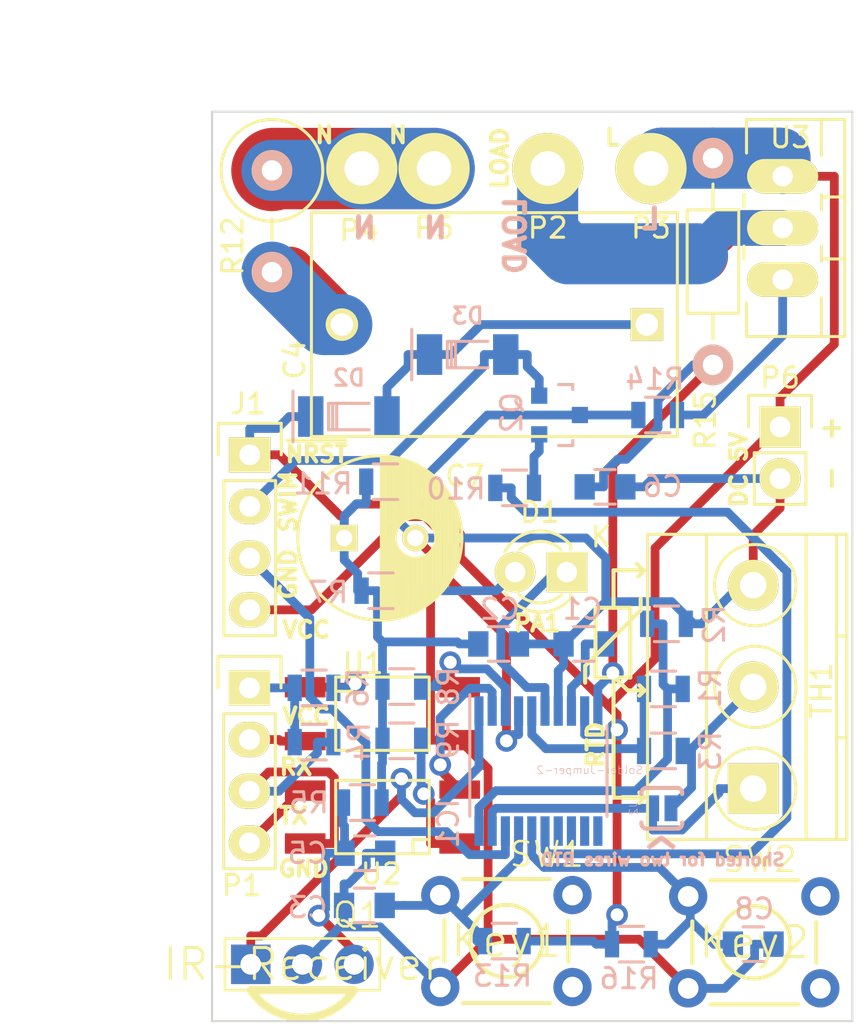
<source format=kicad_pcb>
(kicad_pcb (version 4) (host pcbnew 4.0.1-2.201512121406+6195~38~ubuntu15.10.1-stable)

  (general
    (links 78)
    (no_connects 0)
    (area 100.787999 59.639999 132.384001 104.444001)
    (thickness 1.6)
    (drawings 62)
    (tracks 336)
    (zones 0)
    (modules 44)
    (nets 33)
  )

  (page A4)
  (layers
    (0 F.Cu signal)
    (31 B.Cu signal)
    (32 B.Adhes user)
    (33 F.Adhes user)
    (34 B.Paste user)
    (35 F.Paste user)
    (36 B.SilkS user)
    (37 F.SilkS user)
    (38 B.Mask user)
    (39 F.Mask user)
    (40 Dwgs.User user)
    (41 Cmts.User user)
    (42 Eco1.User user)
    (43 Eco2.User user)
    (44 Edge.Cuts user)
    (45 Margin user)
    (46 B.CrtYd user)
    (47 F.CrtYd user)
    (48 B.Fab user)
    (49 F.Fab user)
  )

  (setup
    (last_trace_width 0.4318)
    (user_trace_width 1.5)
    (user_trace_width 1.75)
    (user_trace_width 2.5)
    (user_trace_width 3)
    (user_trace_width 4)
    (trace_clearance 0.1778)
    (zone_clearance 0.508)
    (zone_45_only no)
    (trace_min 0.2)
    (segment_width 0.2)
    (edge_width 0.1)
    (via_size 1.0668)
    (via_drill 0.635)
    (via_min_size 0.4)
    (via_min_drill 0.3)
    (uvia_size 0.3)
    (uvia_drill 0.1)
    (uvias_allowed no)
    (uvia_min_size 0)
    (uvia_min_drill 0)
    (pcb_text_width 0.3)
    (pcb_text_size 1.5 1.5)
    (mod_edge_width 0.15)
    (mod_text_size 1 1)
    (mod_text_width 0.15)
    (pad_size 3.50012 3.50012)
    (pad_drill 1.7)
    (pad_to_mask_clearance 0)
    (aux_axis_origin 0 0)
    (visible_elements FFFEFF7F)
    (pcbplotparams
      (layerselection 0x010f0_80000001)
      (usegerberextensions false)
      (excludeedgelayer true)
      (linewidth 0.100000)
      (plotframeref false)
      (viasonmask false)
      (mode 1)
      (useauxorigin false)
      (hpglpennumber 1)
      (hpglpenspeed 20)
      (hpglpendiameter 15)
      (hpglpenoverlay 2)
      (psnegative false)
      (psa4output false)
      (plotreference true)
      (plotvalue false)
      (plotinvisibletext false)
      (padsonsilk false)
      (subtractmaskfromsilk false)
      (outputformat 4)
      (mirror false)
      (drillshape 2)
      (scaleselection 1)
      (outputdirectory gerber/))
  )

  (net 0 "")
  (net 1 "Net-(C1-Pad1)")
  (net 2 GND)
  (net 3 +5V)
  (net 4 "Net-(C3-Pad1)")
  (net 5 "Net-(C4-Pad1)")
  (net 6 "Net-(C4-Pad2)")
  (net 7 KEY-1)
  (net 8 ZERO-CROSS)
  (net 9 KEY-2)
  (net 10 "Net-(D1-Pad1)")
  (net 11 "Net-(D1-Pad2)")
  (net 12 IR)
  (net 13 TX)
  (net 14 RX)
  (net 15 ~NRST)
  (net 16 PA1)
  (net 17 "Net-(IC1-Pad15)")
  (net 18 SWIM)
  (net 19 RTD1)
  (net 20 RTD2)
  (net 21 "Net-(J2-Pad2)")
  (net 22 "Net-(P1-Pad1)")
  (net 23 "Net-(P1-Pad2)")
  (net 24 "Net-(P1-Pad3)")
  (net 25 "Net-(P1-Pad4)")
  (net 26 "Net-(P2-Pad1)")
  (net 27 "Net-(P4-Pad1)")
  (net 28 "Net-(Q2-Pad1)")
  (net 29 TRIAC-GATE)
  (net 30 "Net-(R6-Pad1)")
  (net 31 "Net-(R9-Pad2)")
  (net 32 "Net-(R14-Pad2)")

  (net_class Default "This is the default net class."
    (clearance 0.1778)
    (trace_width 0.4318)
    (via_dia 1.0668)
    (via_drill 0.635)
    (uvia_dia 0.3)
    (uvia_drill 0.1)
    (add_net +5V)
    (add_net GND)
    (add_net IR)
    (add_net KEY-1)
    (add_net KEY-2)
    (add_net "Net-(C1-Pad1)")
    (add_net "Net-(C3-Pad1)")
    (add_net "Net-(C4-Pad1)")
    (add_net "Net-(C4-Pad2)")
    (add_net "Net-(D1-Pad1)")
    (add_net "Net-(D1-Pad2)")
    (add_net "Net-(IC1-Pad15)")
    (add_net "Net-(J2-Pad2)")
    (add_net "Net-(P1-Pad1)")
    (add_net "Net-(P1-Pad2)")
    (add_net "Net-(P1-Pad3)")
    (add_net "Net-(P1-Pad4)")
    (add_net "Net-(P2-Pad1)")
    (add_net "Net-(P4-Pad1)")
    (add_net "Net-(Q2-Pad1)")
    (add_net "Net-(R14-Pad2)")
    (add_net "Net-(R6-Pad1)")
    (add_net "Net-(R9-Pad2)")
    (add_net PA1)
    (add_net RTD1)
    (add_net RTD2)
    (add_net RX)
    (add_net SWIM)
    (add_net TRIAC-GATE)
    (add_net TX)
    (add_net ZERO-CROSS)
    (add_net ~NRST)
  )

  (module Wire_Pads:SolderWirePad_single_1-2mmDrill (layer F.Cu) (tedit 566D2460) (tstamp 566E4F15)
    (at 111.76 62.484 270)
    (path /566CA168)
    (fp_text reference P5 (at 2.921 0 360) (layer F.SilkS)
      (effects (font (size 1 1) (thickness 0.15)))
    )
    (fp_text value NEUTRAL (at -1.905 3.175 270) (layer F.Fab)
      (effects (font (size 1 1) (thickness 0.15)))
    )
    (pad 1 thru_hole circle (at 0 0 270) (size 3.50012 3.50012) (drill 1.7) (layers *.Cu *.Mask F.SilkS)
      (net 27 "Net-(P4-Pad1)"))
  )

  (module SparkFun-Electromechanical:TACTILE-PTH (layer F.Cu) (tedit 566D0102) (tstamp 566D78B7)
    (at 127.508 100.52)
    (descr "<b>OMRON SWITCH</b>")
    (path /566B1E78)
    (fp_text reference SW2 (at -1.651 -3.365) (layer F.SilkS)
      (effects (font (size 1.2065 1.2065) (thickness 0.127)) (justify left bottom))
    )
    (fp_text value Key2 (at 0 0) (layer F.SilkS)
      (effects (font (thickness 0.15)))
    )
    (fp_line (start 3.048 -1.016) (end 3.048 -2.54) (layer Dwgs.User) (width 0.2032))
    (fp_line (start 3.048 -2.54) (end 2.54 -3.048) (layer Dwgs.User) (width 0.2032))
    (fp_line (start 2.54 3.048) (end 3.048 2.54) (layer Dwgs.User) (width 0.2032))
    (fp_line (start 3.048 2.54) (end 3.048 1.016) (layer Dwgs.User) (width 0.2032))
    (fp_line (start -2.54 -3.048) (end -3.048 -2.54) (layer Dwgs.User) (width 0.2032))
    (fp_line (start -3.048 -2.54) (end -3.048 -1.016) (layer Dwgs.User) (width 0.2032))
    (fp_line (start -2.54 3.048) (end -3.048 2.54) (layer Dwgs.User) (width 0.2032))
    (fp_line (start -3.048 2.54) (end -3.048 1.016) (layer Dwgs.User) (width 0.2032))
    (fp_line (start 2.54 3.048) (end 2.159 3.048) (layer Dwgs.User) (width 0.2032))
    (fp_line (start -2.54 3.048) (end -2.159 3.048) (layer Dwgs.User) (width 0.2032))
    (fp_line (start -2.54 -3.048) (end -2.159 -3.048) (layer Dwgs.User) (width 0.2032))
    (fp_line (start 2.54 -3.048) (end 2.159 -3.048) (layer Dwgs.User) (width 0.2032))
    (fp_line (start 2.159 -3.048) (end -2.159 -3.048) (layer F.SilkS) (width 0.2032))
    (fp_line (start -2.159 3.048) (end 2.159 3.048) (layer F.SilkS) (width 0.2032))
    (fp_line (start 3.048 -0.998) (end 3.048 1.016) (layer F.SilkS) (width 0.2032))
    (fp_line (start -3.048 -1.028) (end -3.048 1.016) (layer F.SilkS) (width 0.2032))
    (fp_line (start -2.54 -1.27) (end -2.54 -0.508) (layer Dwgs.User) (width 0.2032))
    (fp_line (start -2.54 0.508) (end -2.54 1.27) (layer Dwgs.User) (width 0.2032))
    (fp_line (start -2.54 -0.508) (end -2.159 0.381) (layer Dwgs.User) (width 0.2032))
    (fp_circle (center 0 0) (end 1.778 0) (layer F.SilkS) (width 0.2032))
    (pad 1 thru_hole circle (at -3.2512 -2.2606) (size 1.8796 1.8796) (drill 1.016) (layers *.Cu *.Mask)
      (net 9 KEY-2))
    (pad 4 thru_hole circle (at 3.2512 -2.2606) (size 1.8796 1.8796) (drill 1.016) (layers *.Cu *.Mask))
    (pad 2 thru_hole circle (at -3.2512 2.2606) (size 1.8796 1.8796) (drill 1.016) (layers *.Cu *.Mask)
      (net 2 GND))
    (pad 3 thru_hole circle (at 3.2512 2.2606) (size 1.8796 1.8796) (drill 1.016) (layers *.Cu *.Mask))
  )

  (module SparkFun-Electromechanical:TACTILE-PTH (layer F.Cu) (tedit 566D2301) (tstamp 566D789B)
    (at 115.316 100.457)
    (descr "<b>OMRON SWITCH</b>")
    (path /566B324B)
    (fp_text reference SW1 (at 0.0635 -3.556) (layer F.SilkS)
      (effects (font (size 1.2065 1.2065) (thickness 0.127)) (justify left bottom))
    )
    (fp_text value Key1 (at 0 0) (layer F.SilkS)
      (effects (font (thickness 0.15)))
    )
    (fp_line (start 3.048 -1.016) (end 3.048 -2.54) (layer Dwgs.User) (width 0.2032))
    (fp_line (start 3.048 -2.54) (end 2.54 -3.048) (layer Dwgs.User) (width 0.2032))
    (fp_line (start 2.54 3.048) (end 3.048 2.54) (layer Dwgs.User) (width 0.2032))
    (fp_line (start 3.048 2.54) (end 3.048 1.016) (layer Dwgs.User) (width 0.2032))
    (fp_line (start -2.54 -3.048) (end -3.048 -2.54) (layer Dwgs.User) (width 0.2032))
    (fp_line (start -3.048 -2.54) (end -3.048 -1.016) (layer Dwgs.User) (width 0.2032))
    (fp_line (start -2.54 3.048) (end -3.048 2.54) (layer Dwgs.User) (width 0.2032))
    (fp_line (start -3.048 2.54) (end -3.048 1.016) (layer Dwgs.User) (width 0.2032))
    (fp_line (start 2.54 3.048) (end 2.159 3.048) (layer Dwgs.User) (width 0.2032))
    (fp_line (start -2.54 3.048) (end -2.159 3.048) (layer Dwgs.User) (width 0.2032))
    (fp_line (start -2.54 -3.048) (end -2.159 -3.048) (layer Dwgs.User) (width 0.2032))
    (fp_line (start 2.54 -3.048) (end 2.159 -3.048) (layer Dwgs.User) (width 0.2032))
    (fp_line (start 2.159 -3.048) (end -2.159 -3.048) (layer F.SilkS) (width 0.2032))
    (fp_line (start -2.159 3.048) (end 2.159 3.048) (layer F.SilkS) (width 0.2032))
    (fp_line (start 3.048 -0.998) (end 3.048 1.016) (layer F.SilkS) (width 0.2032))
    (fp_line (start -3.048 -1.028) (end -3.048 1.016) (layer F.SilkS) (width 0.2032))
    (fp_line (start -2.54 -1.27) (end -2.54 -0.508) (layer Dwgs.User) (width 0.2032))
    (fp_line (start -2.54 0.508) (end -2.54 1.27) (layer Dwgs.User) (width 0.2032))
    (fp_line (start -2.54 -0.508) (end -2.159 0.381) (layer Dwgs.User) (width 0.2032))
    (fp_circle (center 0 0) (end 1.778 0) (layer F.SilkS) (width 0.2032))
    (pad 1 thru_hole circle (at -3.2512 -2.2606) (size 1.8796 1.8796) (drill 1.016) (layers *.Cu *.Mask)
      (net 7 KEY-1))
    (pad 4 thru_hole circle (at 3.2512 -2.2606) (size 1.8796 1.8796) (drill 1.016) (layers *.Cu *.Mask))
    (pad 2 thru_hole circle (at -3.2512 2.2606) (size 1.8796 1.8796) (drill 1.016) (layers *.Cu *.Mask)
      (net 2 GND))
    (pad 3 thru_hole circle (at 3.2512 2.2606) (size 1.8796 1.8796) (drill 1.016) (layers *.Cu *.Mask))
  )

  (module Capacitors_SMD:C_0805 (layer B.Cu) (tedit 566D0322) (tstamp 566D7678)
    (at 119.126 85.852 180)
    (descr "Capacitor SMD 0805, reflow soldering, AVX (see smccp.pdf)")
    (tags "capacitor 0805")
    (path /566D0E4D)
    (attr smd)
    (fp_text reference C1 (at 0.0635 1.7145 180) (layer B.SilkS)
      (effects (font (size 1 1) (thickness 0.15)) (justify mirror))
    )
    (fp_text value 470nF (at 0 -2.1 180) (layer B.Fab)
      (effects (font (size 1 1) (thickness 0.15)) (justify mirror))
    )
    (fp_line (start -1.8 1) (end 1.8 1) (layer B.CrtYd) (width 0.05))
    (fp_line (start -1.8 -1) (end 1.8 -1) (layer B.CrtYd) (width 0.05))
    (fp_line (start -1.8 1) (end -1.8 -1) (layer B.CrtYd) (width 0.05))
    (fp_line (start 1.8 1) (end 1.8 -1) (layer B.CrtYd) (width 0.05))
    (fp_line (start 0.5 0.85) (end -0.5 0.85) (layer B.SilkS) (width 0.15))
    (fp_line (start -0.5 -0.85) (end 0.5 -0.85) (layer B.SilkS) (width 0.15))
    (pad 1 smd rect (at -1 0 180) (size 1 1.25) (layers B.Cu B.Paste B.Mask)
      (net 1 "Net-(C1-Pad1)"))
    (pad 2 smd rect (at 1 0 180) (size 1 1.25) (layers B.Cu B.Paste B.Mask)
      (net 2 GND))
    (model Capacitors_SMD.3dshapes/C_0805.wrl
      (at (xyz 0 0 0))
      (scale (xyz 1 1 1))
      (rotate (xyz 0 0 0))
    )
  )

  (module Capacitors_SMD:C_0805 (layer B.Cu) (tedit 566D031B) (tstamp 566D7684)
    (at 114.935 85.852 180)
    (descr "Capacitor SMD 0805, reflow soldering, AVX (see smccp.pdf)")
    (tags "capacitor 0805")
    (path /566C4FCB)
    (attr smd)
    (fp_text reference C2 (at -0.0635 1.7145 180) (layer B.SilkS)
      (effects (font (size 1 1) (thickness 0.15)) (justify mirror))
    )
    (fp_text value 100nF (at 0 -2.1 180) (layer B.Fab)
      (effects (font (size 1 1) (thickness 0.15)) (justify mirror))
    )
    (fp_line (start -1.8 1) (end 1.8 1) (layer B.CrtYd) (width 0.05))
    (fp_line (start -1.8 -1) (end 1.8 -1) (layer B.CrtYd) (width 0.05))
    (fp_line (start -1.8 1) (end -1.8 -1) (layer B.CrtYd) (width 0.05))
    (fp_line (start 1.8 1) (end 1.8 -1) (layer B.CrtYd) (width 0.05))
    (fp_line (start 0.5 0.85) (end -0.5 0.85) (layer B.SilkS) (width 0.15))
    (fp_line (start -0.5 -0.85) (end 0.5 -0.85) (layer B.SilkS) (width 0.15))
    (pad 1 smd rect (at -1 0 180) (size 1 1.25) (layers B.Cu B.Paste B.Mask)
      (net 2 GND))
    (pad 2 smd rect (at 1 0 180) (size 1 1.25) (layers B.Cu B.Paste B.Mask)
      (net 3 +5V))
    (model Capacitors_SMD.3dshapes/C_0805.wrl
      (at (xyz 0 0 0))
      (scale (xyz 1 1 1))
      (rotate (xyz 0 0 0))
    )
  )

  (module Capacitors_SMD:C_0805 (layer B.Cu) (tedit 566D0299) (tstamp 566D7690)
    (at 108.356 96.139)
    (descr "Capacitor SMD 0805, reflow soldering, AVX (see smccp.pdf)")
    (tags "capacitor 0805")
    (path /566BB9C9)
    (attr smd)
    (fp_text reference C3 (at -2.819 2.667) (layer B.SilkS)
      (effects (font (size 1 1) (thickness 0.15)) (justify mirror))
    )
    (fp_text value 100nF (at 0 -2.1) (layer B.Fab)
      (effects (font (size 1 1) (thickness 0.15)) (justify mirror))
    )
    (fp_line (start -1.8 1) (end 1.8 1) (layer B.CrtYd) (width 0.05))
    (fp_line (start -1.8 -1) (end 1.8 -1) (layer B.CrtYd) (width 0.05))
    (fp_line (start -1.8 1) (end -1.8 -1) (layer B.CrtYd) (width 0.05))
    (fp_line (start 1.8 1) (end 1.8 -1) (layer B.CrtYd) (width 0.05))
    (fp_line (start 0.5 0.85) (end -0.5 0.85) (layer B.SilkS) (width 0.15))
    (fp_line (start -0.5 -0.85) (end 0.5 -0.85) (layer B.SilkS) (width 0.15))
    (pad 1 smd rect (at -1 0) (size 1 1.25) (layers B.Cu B.Paste B.Mask)
      (net 4 "Net-(C3-Pad1)"))
    (pad 2 smd rect (at 1 0) (size 1 1.25) (layers B.Cu B.Paste B.Mask)
      (net 2 GND))
    (model Capacitors_SMD.3dshapes/C_0805.wrl
      (at (xyz 0 0 0))
      (scale (xyz 1 1 1))
      (rotate (xyz 0 0 0))
    )
  )

  (module Capacitors_ThroughHole:C_Rect_L18_W11_H19_P15 (layer F.Cu) (tedit 566D0082) (tstamp 566D769E)
    (at 122.225 70.1548 180)
    (descr "Film Capacitor Length 18mm x Width 11mm x Height 19mm, Pitch 15mm")
    (tags "Kemet R.46 Capacitor")
    (path /566A8B2A)
    (fp_text reference C4 (at 17.323 -1.7272 270) (layer F.SilkS)
      (effects (font (size 1 1) (thickness 0.15)))
    )
    (fp_text value 470nF/400V (at 7.5 6.75 180) (layer F.Fab)
      (effects (font (size 1 1) (thickness 0.15)))
    )
    (fp_line (start -1.75 -5.75) (end 16.75 -5.75) (layer F.CrtYd) (width 0.05))
    (fp_line (start 16.75 -5.75) (end 16.75 5.75) (layer F.CrtYd) (width 0.05))
    (fp_line (start 16.75 5.75) (end -1.75 5.75) (layer F.CrtYd) (width 0.05))
    (fp_line (start -1.75 5.75) (end -1.75 -5.75) (layer F.CrtYd) (width 0.05))
    (fp_line (start -1.5 -5.5) (end 16.5 -5.5) (layer F.SilkS) (width 0.15))
    (fp_line (start 16.5 -5.5) (end 16.5 5.5) (layer F.SilkS) (width 0.15))
    (fp_line (start 16.5 5.5) (end -1.5 5.5) (layer F.SilkS) (width 0.15))
    (fp_line (start -1.5 5.5) (end -1.5 -5.5) (layer F.SilkS) (width 0.15))
    (pad 1 thru_hole rect (at 0 0 180) (size 1.6 1.6) (drill 1.1) (layers *.Cu *.Mask F.SilkS)
      (net 5 "Net-(C4-Pad1)"))
    (pad 2 thru_hole circle (at 15 0 180) (size 1.6 1.6) (drill 1.1) (layers *.Cu *.Mask F.SilkS)
      (net 6 "Net-(C4-Pad2)"))
    (model Capacitors_ThroughHole.3dshapes/C_Rect_L18_W11_H19_P15.wrl
      (at (xyz 0.295276 0 0))
      (scale (xyz 4 4 4))
      (rotate (xyz 0 0 0))
    )
  )

  (module Capacitors_SMD:C_0805 (layer B.Cu) (tedit 566D02BE) (tstamp 566D76AA)
    (at 108.331 98.7044 180)
    (descr "Capacitor SMD 0805, reflow soldering, AVX (see smccp.pdf)")
    (tags "capacitor 0805")
    (path /566B3244)
    (attr smd)
    (fp_text reference C5 (at 2.794 2.5654 180) (layer B.SilkS)
      (effects (font (size 1 1) (thickness 0.15)) (justify mirror))
    )
    (fp_text value 100nF (at 0 -2.1 180) (layer B.Fab)
      (effects (font (size 1 1) (thickness 0.15)) (justify mirror))
    )
    (fp_line (start -1.8 1) (end 1.8 1) (layer B.CrtYd) (width 0.05))
    (fp_line (start -1.8 -1) (end 1.8 -1) (layer B.CrtYd) (width 0.05))
    (fp_line (start -1.8 1) (end -1.8 -1) (layer B.CrtYd) (width 0.05))
    (fp_line (start 1.8 1) (end 1.8 -1) (layer B.CrtYd) (width 0.05))
    (fp_line (start 0.5 0.85) (end -0.5 0.85) (layer B.SilkS) (width 0.15))
    (fp_line (start -0.5 -0.85) (end 0.5 -0.85) (layer B.SilkS) (width 0.15))
    (pad 1 smd rect (at -1 0 180) (size 1 1.25) (layers B.Cu B.Paste B.Mask)
      (net 7 KEY-1))
    (pad 2 smd rect (at 1 0 180) (size 1 1.25) (layers B.Cu B.Paste B.Mask)
      (net 2 GND))
    (model Capacitors_SMD.3dshapes/C_0805.wrl
      (at (xyz 0 0 0))
      (scale (xyz 1 1 1))
      (rotate (xyz 0 0 0))
    )
  )

  (module Capacitors_SMD:C_0805 (layer B.Cu) (tedit 566D037C) (tstamp 566D76B6)
    (at 120.167 78.1304)
    (descr "Capacitor SMD 0805, reflow soldering, AVX (see smccp.pdf)")
    (tags "capacitor 0805")
    (path /566D3F96)
    (attr smd)
    (fp_text reference C6 (at 2.8325 -0.0254) (layer B.SilkS)
      (effects (font (size 1 1) (thickness 0.15)) (justify mirror))
    )
    (fp_text value 100pF (at 0 -2.1) (layer B.Fab)
      (effects (font (size 1 1) (thickness 0.15)) (justify mirror))
    )
    (fp_line (start -1.8 1) (end 1.8 1) (layer B.CrtYd) (width 0.05))
    (fp_line (start -1.8 -1) (end 1.8 -1) (layer B.CrtYd) (width 0.05))
    (fp_line (start -1.8 1) (end -1.8 -1) (layer B.CrtYd) (width 0.05))
    (fp_line (start 1.8 1) (end 1.8 -1) (layer B.CrtYd) (width 0.05))
    (fp_line (start 0.5 0.85) (end -0.5 0.85) (layer B.SilkS) (width 0.15))
    (fp_line (start -0.5 -0.85) (end 0.5 -0.85) (layer B.SilkS) (width 0.15))
    (pad 1 smd rect (at -1 0) (size 1 1.25) (layers B.Cu B.Paste B.Mask)
      (net 8 ZERO-CROSS))
    (pad 2 smd rect (at 1 0) (size 1 1.25) (layers B.Cu B.Paste B.Mask)
      (net 2 GND))
    (model Capacitors_SMD.3dshapes/C_0805.wrl
      (at (xyz 0 0 0))
      (scale (xyz 1 1 1))
      (rotate (xyz 0 0 0))
    )
  )

  (module Capacitors_ThroughHole:C_Radial_D8_L11.5_P3.5 (layer F.Cu) (tedit 566D00A3) (tstamp 566D76EB)
    (at 107.34 80.645)
    (descr "Radial Electrolytic Capacitor Diameter 8mm x Length 11.5mm, Pitch 3.5mm")
    (tags "Electrolytic Capacitor")
    (path /566A89E9)
    (fp_text reference C7 (at 5.944 -3.048) (layer F.SilkS)
      (effects (font (size 1 1) (thickness 0.15)))
    )
    (fp_text value 470uF/16V (at 1.75 5.3) (layer F.Fab)
      (effects (font (size 1 1) (thickness 0.15)))
    )
    (fp_line (start 1.825 -3.999) (end 1.825 3.999) (layer F.SilkS) (width 0.15))
    (fp_line (start 1.965 -3.994) (end 1.965 3.994) (layer F.SilkS) (width 0.15))
    (fp_line (start 2.105 -3.984) (end 2.105 3.984) (layer F.SilkS) (width 0.15))
    (fp_line (start 2.245 -3.969) (end 2.245 3.969) (layer F.SilkS) (width 0.15))
    (fp_line (start 2.385 -3.949) (end 2.385 3.949) (layer F.SilkS) (width 0.15))
    (fp_line (start 2.525 -3.924) (end 2.525 -0.222) (layer F.SilkS) (width 0.15))
    (fp_line (start 2.525 0.222) (end 2.525 3.924) (layer F.SilkS) (width 0.15))
    (fp_line (start 2.665 -3.894) (end 2.665 -0.55) (layer F.SilkS) (width 0.15))
    (fp_line (start 2.665 0.55) (end 2.665 3.894) (layer F.SilkS) (width 0.15))
    (fp_line (start 2.805 -3.858) (end 2.805 -0.719) (layer F.SilkS) (width 0.15))
    (fp_line (start 2.805 0.719) (end 2.805 3.858) (layer F.SilkS) (width 0.15))
    (fp_line (start 2.945 -3.817) (end 2.945 -0.832) (layer F.SilkS) (width 0.15))
    (fp_line (start 2.945 0.832) (end 2.945 3.817) (layer F.SilkS) (width 0.15))
    (fp_line (start 3.085 -3.771) (end 3.085 -0.91) (layer F.SilkS) (width 0.15))
    (fp_line (start 3.085 0.91) (end 3.085 3.771) (layer F.SilkS) (width 0.15))
    (fp_line (start 3.225 -3.718) (end 3.225 -0.961) (layer F.SilkS) (width 0.15))
    (fp_line (start 3.225 0.961) (end 3.225 3.718) (layer F.SilkS) (width 0.15))
    (fp_line (start 3.365 -3.659) (end 3.365 -0.991) (layer F.SilkS) (width 0.15))
    (fp_line (start 3.365 0.991) (end 3.365 3.659) (layer F.SilkS) (width 0.15))
    (fp_line (start 3.505 -3.594) (end 3.505 -1) (layer F.SilkS) (width 0.15))
    (fp_line (start 3.505 1) (end 3.505 3.594) (layer F.SilkS) (width 0.15))
    (fp_line (start 3.645 -3.523) (end 3.645 -0.989) (layer F.SilkS) (width 0.15))
    (fp_line (start 3.645 0.989) (end 3.645 3.523) (layer F.SilkS) (width 0.15))
    (fp_line (start 3.785 -3.444) (end 3.785 -0.959) (layer F.SilkS) (width 0.15))
    (fp_line (start 3.785 0.959) (end 3.785 3.444) (layer F.SilkS) (width 0.15))
    (fp_line (start 3.925 -3.357) (end 3.925 -0.905) (layer F.SilkS) (width 0.15))
    (fp_line (start 3.925 0.905) (end 3.925 3.357) (layer F.SilkS) (width 0.15))
    (fp_line (start 4.065 -3.262) (end 4.065 -0.825) (layer F.SilkS) (width 0.15))
    (fp_line (start 4.065 0.825) (end 4.065 3.262) (layer F.SilkS) (width 0.15))
    (fp_line (start 4.205 -3.158) (end 4.205 -0.709) (layer F.SilkS) (width 0.15))
    (fp_line (start 4.205 0.709) (end 4.205 3.158) (layer F.SilkS) (width 0.15))
    (fp_line (start 4.345 -3.044) (end 4.345 -0.535) (layer F.SilkS) (width 0.15))
    (fp_line (start 4.345 0.535) (end 4.345 3.044) (layer F.SilkS) (width 0.15))
    (fp_line (start 4.485 -2.919) (end 4.485 -0.173) (layer F.SilkS) (width 0.15))
    (fp_line (start 4.485 0.173) (end 4.485 2.919) (layer F.SilkS) (width 0.15))
    (fp_line (start 4.625 -2.781) (end 4.625 2.781) (layer F.SilkS) (width 0.15))
    (fp_line (start 4.765 -2.629) (end 4.765 2.629) (layer F.SilkS) (width 0.15))
    (fp_line (start 4.905 -2.459) (end 4.905 2.459) (layer F.SilkS) (width 0.15))
    (fp_line (start 5.045 -2.268) (end 5.045 2.268) (layer F.SilkS) (width 0.15))
    (fp_line (start 5.185 -2.05) (end 5.185 2.05) (layer F.SilkS) (width 0.15))
    (fp_line (start 5.325 -1.794) (end 5.325 1.794) (layer F.SilkS) (width 0.15))
    (fp_line (start 5.465 -1.483) (end 5.465 1.483) (layer F.SilkS) (width 0.15))
    (fp_line (start 5.605 -1.067) (end 5.605 1.067) (layer F.SilkS) (width 0.15))
    (fp_line (start 5.745 -0.2) (end 5.745 0.2) (layer F.SilkS) (width 0.15))
    (fp_circle (center 3.5 0) (end 3.5 -1) (layer F.SilkS) (width 0.15))
    (fp_circle (center 1.75 0) (end 1.75 -4.0375) (layer F.SilkS) (width 0.15))
    (fp_circle (center 1.75 0) (end 1.75 -4.3) (layer F.CrtYd) (width 0.05))
    (pad 2 thru_hole circle (at 3.5 0) (size 1.3 1.3) (drill 0.8) (layers *.Cu *.Mask F.SilkS)
      (net 2 GND))
    (pad 1 thru_hole rect (at 0 0) (size 1.3 1.3) (drill 0.8) (layers *.Cu *.Mask F.SilkS)
      (net 3 +5V))
    (model Capacitors_ThroughHole.3dshapes/C_Radial_D8_L11.5_P3.5.wrl
      (at (xyz 0 0 0))
      (scale (xyz 1 1 1))
      (rotate (xyz 0 0 0))
    )
  )

  (module Capacitors_SMD:C_0805 (layer B.Cu) (tedit 566D041E) (tstamp 566D76F7)
    (at 127.457 100.609)
    (descr "Capacitor SMD 0805, reflow soldering, AVX (see smccp.pdf)")
    (tags "capacitor 0805")
    (path /566B19F8)
    (attr smd)
    (fp_text reference C8 (at 0.051 -1.7395) (layer B.SilkS)
      (effects (font (size 1 1) (thickness 0.15)) (justify mirror))
    )
    (fp_text value 100nF (at 0 -2.1) (layer B.Fab)
      (effects (font (size 1 1) (thickness 0.15)) (justify mirror))
    )
    (fp_line (start -1.8 1) (end 1.8 1) (layer B.CrtYd) (width 0.05))
    (fp_line (start -1.8 -1) (end 1.8 -1) (layer B.CrtYd) (width 0.05))
    (fp_line (start -1.8 1) (end -1.8 -1) (layer B.CrtYd) (width 0.05))
    (fp_line (start 1.8 1) (end 1.8 -1) (layer B.CrtYd) (width 0.05))
    (fp_line (start 0.5 0.85) (end -0.5 0.85) (layer B.SilkS) (width 0.15))
    (fp_line (start -0.5 -0.85) (end 0.5 -0.85) (layer B.SilkS) (width 0.15))
    (pad 1 smd rect (at -1 0) (size 1 1.25) (layers B.Cu B.Paste B.Mask)
      (net 9 KEY-2))
    (pad 2 smd rect (at 1 0) (size 1 1.25) (layers B.Cu B.Paste B.Mask)
      (net 2 GND))
    (model Capacitors_SMD.3dshapes/C_0805.wrl
      (at (xyz 0 0 0))
      (scale (xyz 1 1 1))
      (rotate (xyz 0 0 0))
    )
  )

  (module LEDs:LED-3MM (layer F.Cu) (tedit 566D00AD) (tstamp 566D7708)
    (at 118.288 82.3214 180)
    (descr "LED 3mm round vertical")
    (tags "LED  3mm round vertical")
    (path /566DAAED)
    (fp_text reference D1 (at 1.321 2.9464 180) (layer F.SilkS)
      (effects (font (size 1 1) (thickness 0.15)))
    )
    (fp_text value Led_Small (at 1.3 -2.9 180) (layer F.Fab)
      (effects (font (size 1 1) (thickness 0.15)))
    )
    (fp_line (start -1.2 2.3) (end 3.8 2.3) (layer F.CrtYd) (width 0.05))
    (fp_line (start 3.8 2.3) (end 3.8 -2.2) (layer F.CrtYd) (width 0.05))
    (fp_line (start 3.8 -2.2) (end -1.2 -2.2) (layer F.CrtYd) (width 0.05))
    (fp_line (start -1.2 -2.2) (end -1.2 2.3) (layer F.CrtYd) (width 0.05))
    (fp_line (start -0.199 1.314) (end -0.199 1.114) (layer F.SilkS) (width 0.15))
    (fp_line (start -0.199 -1.28) (end -0.199 -1.1) (layer F.SilkS) (width 0.15))
    (fp_arc (start 1.301 0.034) (end -0.199 -1.286) (angle 108.5) (layer F.SilkS) (width 0.15))
    (fp_arc (start 1.301 0.034) (end 0.25 -1.1) (angle 85.7) (layer F.SilkS) (width 0.15))
    (fp_arc (start 1.311 0.034) (end 3.051 0.994) (angle 110) (layer F.SilkS) (width 0.15))
    (fp_arc (start 1.301 0.034) (end 2.335 1.094) (angle 87.5) (layer F.SilkS) (width 0.15))
    (fp_text user K (at -1.69 1.74 180) (layer F.SilkS)
      (effects (font (size 1 1) (thickness 0.15)))
    )
    (pad 1 thru_hole rect (at 0 0 270) (size 2 2) (drill 1.00076) (layers *.Cu *.Mask F.SilkS)
      (net 10 "Net-(D1-Pad1)"))
    (pad 2 thru_hole circle (at 2.54 0 180) (size 2 2) (drill 1.00076) (layers *.Cu *.Mask F.SilkS)
      (net 11 "Net-(D1-Pad2)"))
    (model LEDs.3dshapes/LED-3MM.wrl
      (at (xyz 0.05 0 0))
      (scale (xyz 1 1 1))
      (rotate (xyz 0 0 90))
    )
  )

  (module MyOwn:SOD-80 (layer B.Cu) (tedit 566D01FD) (tstamp 566D771F)
    (at 107.569 74.676)
    (path /566A86C0)
    (fp_text reference D2 (at 0 -1.905) (layer B.SilkS)
      (effects (font (size 0.8 0.8) (thickness 0.15)) (justify mirror))
    )
    (fp_text value 5.6V/0.5W (at 0 0) (layer B.Fab)
      (effects (font (size 0.8 0.8) (thickness 0.15)) (justify mirror))
    )
    (fp_line (start -2.75 -1.25) (end -2.75 1.25) (layer B.SilkS) (width 0.15))
    (fp_line (start 2.75 1.25) (end 2.75 -1.25) (layer B.CrtYd) (width 0.15))
    (fp_line (start 2.75 -1.25) (end -2.75 -1.25) (layer B.CrtYd) (width 0.15))
    (fp_line (start -2.75 -1.25) (end -2.75 1.25) (layer B.CrtYd) (width 0.15))
    (fp_line (start -2.75 1.25) (end 2.75 1.25) (layer B.CrtYd) (width 0.15))
    (fp_line (start -1 -0.65) (end -1 0.65) (layer B.SilkS) (width 0.15))
    (fp_line (start -0.6 0.65) (end -0.6 -0.65) (layer B.SilkS) (width 0.15))
    (fp_line (start -0.8 -0.65) (end -0.8 0.65) (layer B.SilkS) (width 0.15))
    (fp_line (start 1 -0.65) (end -1 -0.65) (layer B.SilkS) (width 0.15))
    (fp_line (start -1 0.65) (end 1 0.65) (layer B.SilkS) (width 0.15))
    (fp_line (start -0.6 0.65) (end -0.6 -0.65) (layer B.Fab) (width 0.15))
    (fp_line (start -0.8 -0.65) (end -0.8 0.65) (layer B.Fab) (width 0.15))
    (fp_line (start -1 0.65) (end -1 -0.65) (layer B.Fab) (width 0.15))
    (fp_line (start 1.855 0.65) (end 1.855 -0.65) (layer B.Fab) (width 0.15))
    (fp_line (start 1.855 -0.65) (end -1.855 -0.65) (layer B.Fab) (width 0.15))
    (fp_line (start -1.855 -0.65) (end -1.855 0.65) (layer B.Fab) (width 0.15))
    (fp_line (start -1.855 0.65) (end 1.855 0.65) (layer B.Fab) (width 0.15))
    (pad 1 smd rect (at -1.875 0) (size 1.25 2) (layers B.Cu B.Paste B.Mask)
      (net 3 +5V))
    (pad 2 smd rect (at 1.875 0) (size 1.25 2) (layers B.Cu B.Paste B.Mask)
      (net 5 "Net-(C4-Pad1)"))
    (model smd_diode/sod80c.wrl
      (at (xyz 0 0 0))
      (scale (xyz 1 1 1))
      (rotate (xyz 0 0 180))
    )
  )

  (module MyOwn:SOD-80 (layer B.Cu) (tedit 566D01F5) (tstamp 566D7736)
    (at 113.411 71.628)
    (path /566A877B)
    (fp_text reference D3 (at 0 -1.905) (layer B.SilkS)
      (effects (font (size 0.8 0.8) (thickness 0.15)) (justify mirror))
    )
    (fp_text value LL4148 (at 0 0) (layer B.Fab)
      (effects (font (size 0.8 0.8) (thickness 0.15)) (justify mirror))
    )
    (fp_line (start -2.75 -1.25) (end -2.75 1.25) (layer B.SilkS) (width 0.15))
    (fp_line (start 2.75 1.25) (end 2.75 -1.25) (layer B.CrtYd) (width 0.15))
    (fp_line (start 2.75 -1.25) (end -2.75 -1.25) (layer B.CrtYd) (width 0.15))
    (fp_line (start -2.75 -1.25) (end -2.75 1.25) (layer B.CrtYd) (width 0.15))
    (fp_line (start -2.75 1.25) (end 2.75 1.25) (layer B.CrtYd) (width 0.15))
    (fp_line (start -1 -0.65) (end -1 0.65) (layer B.SilkS) (width 0.15))
    (fp_line (start -0.6 0.65) (end -0.6 -0.65) (layer B.SilkS) (width 0.15))
    (fp_line (start -0.8 -0.65) (end -0.8 0.65) (layer B.SilkS) (width 0.15))
    (fp_line (start 1 -0.65) (end -1 -0.65) (layer B.SilkS) (width 0.15))
    (fp_line (start -1 0.65) (end 1 0.65) (layer B.SilkS) (width 0.15))
    (fp_line (start -0.6 0.65) (end -0.6 -0.65) (layer B.Fab) (width 0.15))
    (fp_line (start -0.8 -0.65) (end -0.8 0.65) (layer B.Fab) (width 0.15))
    (fp_line (start -1 0.65) (end -1 -0.65) (layer B.Fab) (width 0.15))
    (fp_line (start 1.855 0.65) (end 1.855 -0.65) (layer B.Fab) (width 0.15))
    (fp_line (start 1.855 -0.65) (end -1.855 -0.65) (layer B.Fab) (width 0.15))
    (fp_line (start -1.855 -0.65) (end -1.855 0.65) (layer B.Fab) (width 0.15))
    (fp_line (start -1.855 0.65) (end 1.855 0.65) (layer B.Fab) (width 0.15))
    (pad 1 smd rect (at -1.875 0) (size 1.25 2) (layers B.Cu B.Paste B.Mask)
      (net 5 "Net-(C4-Pad1)"))
    (pad 2 smd rect (at 1.875 0) (size 1.25 2) (layers B.Cu B.Paste B.Mask)
      (net 2 GND))
    (model smd_diode/sod80c.wrl
      (at (xyz 0 0 0))
      (scale (xyz 1 1 1))
      (rotate (xyz 0 0 180))
    )
  )

  (module Housings_SSOP:TSSOP-20_4.4x6.5mm_Pitch0.65mm (layer B.Cu) (tedit 566D0336) (tstamp 566D7754)
    (at 116.891 92.1004 270)
    (descr "20-Lead Plastic Thin Shrink Small Outline (ST)-4.4 mm Body [TSSOP] (see Microchip Packaging Specification 00000049BS.pdf)")
    (tags "SSOP 0.65")
    (path /566A84B6)
    (attr smd)
    (fp_text reference IC1 (at 2.5781 4.4325 270) (layer B.SilkS)
      (effects (font (size 1 1) (thickness 0.15)) (justify mirror))
    )
    (fp_text value STM8S003F3P (at 0 -4.3 270) (layer B.Fab)
      (effects (font (size 1 1) (thickness 0.15)) (justify mirror))
    )
    (fp_line (start -3.95 3.55) (end -3.95 -3.55) (layer B.CrtYd) (width 0.05))
    (fp_line (start 3.95 3.55) (end 3.95 -3.55) (layer B.CrtYd) (width 0.05))
    (fp_line (start -3.95 3.55) (end 3.95 3.55) (layer B.CrtYd) (width 0.05))
    (fp_line (start -3.95 -3.55) (end 3.95 -3.55) (layer B.CrtYd) (width 0.05))
    (fp_line (start -2.225 -3.375) (end 2.225 -3.375) (layer B.SilkS) (width 0.15))
    (fp_line (start -3.75 3.375) (end 2.225 3.375) (layer B.SilkS) (width 0.15))
    (pad 1 smd rect (at -2.95 2.925 270) (size 1.45 0.45) (layers B.Cu B.Paste B.Mask)
      (net 12 IR))
    (pad 2 smd rect (at -2.95 2.275 270) (size 1.45 0.45) (layers B.Cu B.Paste B.Mask)
      (net 13 TX))
    (pad 3 smd rect (at -2.95 1.625 270) (size 1.45 0.45) (layers B.Cu B.Paste B.Mask)
      (net 14 RX))
    (pad 4 smd rect (at -2.95 0.975 270) (size 1.45 0.45) (layers B.Cu B.Paste B.Mask)
      (net 15 ~NRST))
    (pad 5 smd rect (at -2.95 0.325 270) (size 1.45 0.45) (layers B.Cu B.Paste B.Mask)
      (net 16 PA1))
    (pad 6 smd rect (at -2.95 -0.325 270) (size 1.45 0.45) (layers B.Cu B.Paste B.Mask)
      (net 10 "Net-(D1-Pad1)"))
    (pad 7 smd rect (at -2.95 -0.975 270) (size 1.45 0.45) (layers B.Cu B.Paste B.Mask)
      (net 2 GND))
    (pad 8 smd rect (at -2.95 -1.625 270) (size 1.45 0.45) (layers B.Cu B.Paste B.Mask)
      (net 1 "Net-(C1-Pad1)"))
    (pad 9 smd rect (at -2.95 -2.275 270) (size 1.45 0.45) (layers B.Cu B.Paste B.Mask)
      (net 3 +5V))
    (pad 10 smd rect (at -2.95 -2.925 270) (size 1.45 0.45) (layers B.Cu B.Paste B.Mask)
      (net 8 ZERO-CROSS))
    (pad 11 smd rect (at 2.95 -2.925 270) (size 1.45 0.45) (layers B.Cu B.Paste B.Mask))
    (pad 12 smd rect (at 2.95 -2.275 270) (size 1.45 0.45) (layers B.Cu B.Paste B.Mask))
    (pad 13 smd rect (at 2.95 -1.625 270) (size 1.45 0.45) (layers B.Cu B.Paste B.Mask))
    (pad 14 smd rect (at 2.95 -0.975 270) (size 1.45 0.45) (layers B.Cu B.Paste B.Mask))
    (pad 15 smd rect (at 2.95 -0.325 270) (size 1.45 0.45) (layers B.Cu B.Paste B.Mask)
      (net 17 "Net-(IC1-Pad15)"))
    (pad 16 smd rect (at 2.95 0.325 270) (size 1.45 0.45) (layers B.Cu B.Paste B.Mask)
      (net 9 KEY-2))
    (pad 17 smd rect (at 2.95 0.975 270) (size 1.45 0.45) (layers B.Cu B.Paste B.Mask)
      (net 7 KEY-1))
    (pad 18 smd rect (at 2.95 1.625 270) (size 1.45 0.45) (layers B.Cu B.Paste B.Mask)
      (net 18 SWIM))
    (pad 19 smd rect (at 2.95 2.275 270) (size 1.45 0.45) (layers B.Cu B.Paste B.Mask)
      (net 19 RTD1))
    (pad 20 smd rect (at 2.95 2.925 270) (size 1.45 0.45) (layers B.Cu B.Paste B.Mask)
      (net 20 RTD2))
    (model Housings_SSOP.3dshapes/TSSOP-20_4.4x6.5mm_Pitch0.65mm.wrl
      (at (xyz 0 0 0))
      (scale (xyz 1 1 1))
      (rotate (xyz 0 0 0))
    )
  )

  (module Pin_Headers:Pin_Header_Straight_1x04 (layer F.Cu) (tedit 566D0086) (tstamp 566D7767)
    (at 102.692 76.5556)
    (descr "Through hole pin header")
    (tags "pin header")
    (path /566CD283)
    (fp_text reference J1 (at -0.076 -2.5146) (layer F.SilkS)
      (effects (font (size 1 1) (thickness 0.15)))
    )
    (fp_text value ST-Link-V2 (at 0 -3.1) (layer F.Fab)
      (effects (font (size 1 1) (thickness 0.15)))
    )
    (fp_line (start -1.75 -1.75) (end -1.75 9.4) (layer F.CrtYd) (width 0.05))
    (fp_line (start 1.75 -1.75) (end 1.75 9.4) (layer F.CrtYd) (width 0.05))
    (fp_line (start -1.75 -1.75) (end 1.75 -1.75) (layer F.CrtYd) (width 0.05))
    (fp_line (start -1.75 9.4) (end 1.75 9.4) (layer F.CrtYd) (width 0.05))
    (fp_line (start -1.27 1.27) (end -1.27 8.89) (layer F.SilkS) (width 0.15))
    (fp_line (start 1.27 1.27) (end 1.27 8.89) (layer F.SilkS) (width 0.15))
    (fp_line (start 1.55 -1.55) (end 1.55 0) (layer F.SilkS) (width 0.15))
    (fp_line (start -1.27 8.89) (end 1.27 8.89) (layer F.SilkS) (width 0.15))
    (fp_line (start 1.27 1.27) (end -1.27 1.27) (layer F.SilkS) (width 0.15))
    (fp_line (start -1.55 0) (end -1.55 -1.55) (layer F.SilkS) (width 0.15))
    (fp_line (start -1.55 -1.55) (end 1.55 -1.55) (layer F.SilkS) (width 0.15))
    (pad 1 thru_hole rect (at 0 0) (size 2.032 1.7272) (drill 1.016) (layers *.Cu *.Mask F.SilkS)
      (net 3 +5V))
    (pad 2 thru_hole oval (at 0 2.54) (size 2.032 1.7272) (drill 1.016) (layers *.Cu *.Mask F.SilkS)
      (net 2 GND))
    (pad 3 thru_hole oval (at 0 5.08) (size 2.032 1.7272) (drill 1.016) (layers *.Cu *.Mask F.SilkS)
      (net 18 SWIM))
    (pad 4 thru_hole oval (at 0 7.62) (size 2.032 1.7272) (drill 1.016) (layers *.Cu *.Mask F.SilkS)
      (net 15 ~NRST))
    (model Pin_Headers.3dshapes/Pin_Header_Straight_1x04.wrl
      (at (xyz 0 -0.15 0))
      (scale (xyz 1 1 1))
      (rotate (xyz 0 0 90))
    )
  )

  (module SparkFun-Passives:PAD-JUMPER-2-NO_YES_SILK (layer B.Cu) (tedit 566D040B) (tstamp 566D7773)
    (at 122.961 93.9292)
    (descr "Small solder jumper with no paste layer so it will open after reflow.")
    (path /566CC49D)
    (fp_text reference J2 (at -1.168 -0.3302 90) (layer B.SilkS)
      (effects (font (size 0.38608 0.38608) (thickness 0.032512)) (justify left bottom mirror))
    )
    (fp_text value Solder-Jumper-2 (at -0.908 -1.651) (layer B.SilkS)
      (effects (font (size 0.38608 0.38608) (thickness 0.032512)) (justify left bottom mirror))
    )
    (fp_line (start 0.8 -1) (end -0.8 -1) (layer B.SilkS) (width 0.2032))
    (fp_arc (start 0.75 0.75) (end 0.8 1) (angle -90) (layer B.SilkS) (width 0.2032))
    (fp_arc (start -0.75 0.75) (end -1 0.7) (angle -90) (layer B.SilkS) (width 0.2032))
    (fp_arc (start -0.75 -0.75) (end -1 -0.7) (angle 90) (layer B.SilkS) (width 0.2032))
    (fp_arc (start 0.75 -0.75) (end 0.8 -1) (angle 90) (layer B.SilkS) (width 0.2032))
    (fp_line (start -0.8 1) (end 0.8 1) (layer B.SilkS) (width 0.2032))
    (pad 1 smd rect (at -0.45 0) (size 0.635 1.27) (layers B.Cu B.Paste B.Mask)
      (net 19 RTD1))
    (pad 2 smd rect (at 0.45 0) (size 0.635 1.27) (layers B.Cu B.Paste B.Mask)
      (net 21 "Net-(J2-Pad2)"))
  )

  (module Pin_Headers:Pin_Header_Straight_1x04 (layer F.Cu) (tedit 566D1D05) (tstamp 566D7786)
    (at 102.68 88.011)
    (descr "Through hole pin header")
    (tags "pin header")
    (path /566EB042)
    (fp_text reference P1 (at -0.3815 9.7155) (layer F.SilkS)
      (effects (font (size 1 1) (thickness 0.15)))
    )
    (fp_text value UART (at 0 -3.1) (layer F.Fab)
      (effects (font (size 1 1) (thickness 0.15)))
    )
    (fp_line (start -1.75 -1.75) (end -1.75 9.4) (layer F.CrtYd) (width 0.05))
    (fp_line (start 1.75 -1.75) (end 1.75 9.4) (layer F.CrtYd) (width 0.05))
    (fp_line (start -1.75 -1.75) (end 1.75 -1.75) (layer F.CrtYd) (width 0.05))
    (fp_line (start -1.75 9.4) (end 1.75 9.4) (layer F.CrtYd) (width 0.05))
    (fp_line (start -1.27 1.27) (end -1.27 8.89) (layer F.SilkS) (width 0.15))
    (fp_line (start 1.27 1.27) (end 1.27 8.89) (layer F.SilkS) (width 0.15))
    (fp_line (start 1.55 -1.55) (end 1.55 0) (layer F.SilkS) (width 0.15))
    (fp_line (start -1.27 8.89) (end 1.27 8.89) (layer F.SilkS) (width 0.15))
    (fp_line (start 1.27 1.27) (end -1.27 1.27) (layer F.SilkS) (width 0.15))
    (fp_line (start -1.55 0) (end -1.55 -1.55) (layer F.SilkS) (width 0.15))
    (fp_line (start -1.55 -1.55) (end 1.55 -1.55) (layer F.SilkS) (width 0.15))
    (pad 1 thru_hole rect (at 0 0) (size 2.032 1.7272) (drill 1.016) (layers *.Cu *.Mask F.SilkS)
      (net 22 "Net-(P1-Pad1)"))
    (pad 2 thru_hole oval (at 0 2.54) (size 2.032 1.7272) (drill 1.016) (layers *.Cu *.Mask F.SilkS)
      (net 23 "Net-(P1-Pad2)"))
    (pad 3 thru_hole oval (at 0 5.08) (size 2.032 1.7272) (drill 1.016) (layers *.Cu *.Mask F.SilkS)
      (net 24 "Net-(P1-Pad3)"))
    (pad 4 thru_hole oval (at 0 7.62) (size 2.032 1.7272) (drill 1.016) (layers *.Cu *.Mask F.SilkS)
      (net 25 "Net-(P1-Pad4)"))
    (model Pin_Headers.3dshapes/Pin_Header_Straight_1x04.wrl
      (at (xyz 0 -0.15 0))
      (scale (xyz 1 1 1))
      (rotate (xyz 0 0 90))
    )
  )

  (module Wire_Pads:SolderWirePad_single_1-2mmDrill (layer F.Cu) (tedit 566D2479) (tstamp 566D778B)
    (at 117.348 62.484)
    (path /566CA1F1)
    (fp_text reference P2 (at 0 2.921) (layer F.SilkS)
      (effects (font (size 1 1) (thickness 0.15)))
    )
    (fp_text value LOAD (at -1.905 3.175) (layer F.Fab)
      (effects (font (size 1 1) (thickness 0.15)))
    )
    (pad 1 thru_hole circle (at 0 0) (size 3.50012 3.50012) (drill 1.7) (layers *.Cu *.Mask F.SilkS)
      (net 26 "Net-(P2-Pad1)"))
  )

  (module Wire_Pads:SolderWirePad_single_1-2mmDrill (layer F.Cu) (tedit 566D2481) (tstamp 566D7790)
    (at 122.428 62.484)
    (path /566C9EC7)
    (fp_text reference P3 (at 0 2.921) (layer F.SilkS)
      (effects (font (size 1 1) (thickness 0.15)))
    )
    (fp_text value LIVE (at -1.905 3.175) (layer F.Fab)
      (effects (font (size 1 1) (thickness 0.15)))
    )
    (pad 1 thru_hole circle (at 0 0) (size 3.50012 3.50012) (drill 1.7) (layers *.Cu *.Mask F.SilkS)
      (net 3 +5V))
  )

  (module Wire_Pads:SolderWirePad_single_1-2mmDrill (layer F.Cu) (tedit 566D2471) (tstamp 566D7795)
    (at 108.204 62.484)
    (path /566CDEB5)
    (fp_text reference P4 (at -0.127 3.048) (layer F.SilkS)
      (effects (font (size 1 1) (thickness 0.15)))
    )
    (fp_text value NEUTRAL (at -1.905 3.175) (layer F.Fab)
      (effects (font (size 1 1) (thickness 0.15)))
    )
    (pad 1 thru_hole circle (at 0 0) (size 3.50012 3.50012) (drill 1.7) (layers *.Cu *.Mask F.SilkS)
      (net 27 "Net-(P4-Pad1)"))
  )

  (module adafruit:PNA460XM (layer F.Cu) (tedit 566D1D5F) (tstamp 566D77B7)
    (at 105.283 101.6)
    (path /566BB04A)
    (fp_text reference Q1 (at 1.397 -1.7145) (layer F.SilkS)
      (effects (font (size 1.2065 1.2065) (thickness 0.127)) (justify left bottom))
    )
    (fp_text value IR-Receiver (at 0 0) (layer F.SilkS)
      (effects (font (thickness 0.15)))
    )
    (fp_line (start -3.81 1.27) (end -2.54 1.27) (layer F.SilkS) (width 0.127))
    (fp_line (start -2.54 1.27) (end 2.54 1.27) (layer F.SilkS) (width 0.4064))
    (fp_line (start 2.54 1.27) (end 3.81 1.27) (layer F.SilkS) (width 0.127))
    (fp_line (start 3.81 1.27) (end 3.81 -1.27) (layer F.SilkS) (width 0.127))
    (fp_line (start 3.81 -1.27) (end -3.81 -1.27) (layer F.SilkS) (width 0.127))
    (fp_line (start -3.81 -1.27) (end -3.81 1.27) (layer F.SilkS) (width 0.127))
    (fp_arc (start 0 -0.4232) (end 2.54 1.27) (angle 112.624029) (layer F.SilkS) (width 0.4064))
    (fp_poly (pts (xy 2.286 0.254) (xy 2.794 0.254) (xy 2.794 -0.254) (xy 2.286 -0.254)) (layer Dwgs.User) (width 0))
    (fp_poly (pts (xy -0.254 0.254) (xy 0.254 0.254) (xy 0.254 -0.254) (xy -0.254 -0.254)) (layer Dwgs.User) (width 0))
    (fp_poly (pts (xy -2.794 0.254) (xy -2.286 0.254) (xy -2.286 -0.254) (xy -2.794 -0.254)) (layer Dwgs.User) (width 0))
    (pad 1 thru_hole rect (at -2.54 0 90) (size 1.9304 1.9304) (drill 1.016) (layers *.Cu *.Mask)
      (net 12 IR))
    (pad 2 thru_hole circle (at 0 0 90) (size 1.9304 1.9304) (drill 1.016) (layers *.Cu *.Mask)
      (net 2 GND))
    (pad 3 thru_hole circle (at 2.54 0 90) (size 1.9304 1.9304) (drill 1.016) (layers *.Cu *.Mask)
      (net 4 "Net-(C3-Pad1)"))
  )

  (module TO_SOT_Packages_SMD:SOT-23 (layer B.Cu) (tedit 566D04B0) (tstamp 566D77C7)
    (at 117.932 74.5998 90)
    (descr "SOT-23, Standard")
    (tags SOT-23)
    (path /566AC21D)
    (attr smd)
    (fp_text reference Q2 (at 0.1143 -2.362 270) (layer B.SilkS)
      (effects (font (size 1 1) (thickness 0.15)) (justify mirror))
    )
    (fp_text value BC847 (at 0 -2.3 90) (layer B.Fab)
      (effects (font (size 1 1) (thickness 0.15)) (justify mirror))
    )
    (fp_line (start -1.65 1.6) (end 1.65 1.6) (layer B.CrtYd) (width 0.05))
    (fp_line (start 1.65 1.6) (end 1.65 -1.6) (layer B.CrtYd) (width 0.05))
    (fp_line (start 1.65 -1.6) (end -1.65 -1.6) (layer B.CrtYd) (width 0.05))
    (fp_line (start -1.65 -1.6) (end -1.65 1.6) (layer B.CrtYd) (width 0.05))
    (fp_line (start 1.29916 0.65024) (end 1.2509 0.65024) (layer B.SilkS) (width 0.15))
    (fp_line (start -1.49982 -0.0508) (end -1.49982 0.65024) (layer B.SilkS) (width 0.15))
    (fp_line (start -1.49982 0.65024) (end -1.2509 0.65024) (layer B.SilkS) (width 0.15))
    (fp_line (start 1.29916 0.65024) (end 1.49982 0.65024) (layer B.SilkS) (width 0.15))
    (fp_line (start 1.49982 0.65024) (end 1.49982 -0.0508) (layer B.SilkS) (width 0.15))
    (pad 1 smd rect (at -0.95 -1.00076 90) (size 0.8001 0.8001) (layers B.Cu B.Paste B.Mask)
      (net 28 "Net-(Q2-Pad1)"))
    (pad 2 smd rect (at 0.95 -1.00076 90) (size 0.8001 0.8001) (layers B.Cu B.Paste B.Mask)
      (net 2 GND))
    (pad 3 smd rect (at 0 0.99822 90) (size 0.8001 0.8001) (layers B.Cu B.Paste B.Mask)
      (net 29 TRIAC-GATE))
    (model TO_SOT_Packages_SMD.3dshapes/SOT-23.wrl
      (at (xyz 0 0 0))
      (scale (xyz 1 1 1))
      (rotate (xyz 0 0 0))
    )
  )

  (module Resistors_SMD:R_0805 (layer B.Cu) (tedit 566D03EA) (tstamp 566D77D3)
    (at 123.038 88.0618)
    (descr "Resistor SMD 0805, reflow soldering, Vishay (see dcrcw.pdf)")
    (tags "resistor 0805")
    (path /566FC466)
    (attr smd)
    (fp_text reference R1 (at 2.311 -0.0508 90) (layer B.SilkS)
      (effects (font (size 1 1) (thickness 0.15)) (justify mirror))
    )
    (fp_text value 100 (at 0 -2.1) (layer B.Fab)
      (effects (font (size 1 1) (thickness 0.15)) (justify mirror))
    )
    (fp_line (start -1.6 1) (end 1.6 1) (layer B.CrtYd) (width 0.05))
    (fp_line (start -1.6 -1) (end 1.6 -1) (layer B.CrtYd) (width 0.05))
    (fp_line (start -1.6 1) (end -1.6 -1) (layer B.CrtYd) (width 0.05))
    (fp_line (start 1.6 1) (end 1.6 -1) (layer B.CrtYd) (width 0.05))
    (fp_line (start 0.6 -0.875) (end -0.6 -0.875) (layer B.SilkS) (width 0.15))
    (fp_line (start -0.6 0.875) (end 0.6 0.875) (layer B.SilkS) (width 0.15))
    (pad 1 smd rect (at -0.95 0) (size 0.7 1.3) (layers B.Cu B.Paste B.Mask)
      (net 16 PA1))
    (pad 2 smd rect (at 0.95 0) (size 0.7 1.3) (layers B.Cu B.Paste B.Mask)
      (net 20 RTD2))
    (model Resistors_SMD.3dshapes/R_0805.wrl
      (at (xyz 0 0 0))
      (scale (xyz 1 1 1))
      (rotate (xyz 0 0 0))
    )
  )

  (module Resistors_SMD:R_0805 (layer B.Cu) (tedit 566D0400) (tstamp 566D77DF)
    (at 123.19 84.8614)
    (descr "Resistor SMD 0805, reflow soldering, Vishay (see dcrcw.pdf)")
    (tags "resistor 0805")
    (path /566FC284)
    (attr smd)
    (fp_text reference R2 (at 2.3495 0.0381 90) (layer B.SilkS)
      (effects (font (size 1 1) (thickness 0.15)) (justify mirror))
    )
    (fp_text value 100 (at 0 -2.1) (layer B.Fab)
      (effects (font (size 1 1) (thickness 0.15)) (justify mirror))
    )
    (fp_line (start -1.6 1) (end 1.6 1) (layer B.CrtYd) (width 0.05))
    (fp_line (start -1.6 -1) (end 1.6 -1) (layer B.CrtYd) (width 0.05))
    (fp_line (start -1.6 1) (end -1.6 -1) (layer B.CrtYd) (width 0.05))
    (fp_line (start 1.6 1) (end 1.6 -1) (layer B.CrtYd) (width 0.05))
    (fp_line (start 0.6 -0.875) (end -0.6 -0.875) (layer B.SilkS) (width 0.15))
    (fp_line (start -0.6 0.875) (end 0.6 0.875) (layer B.SilkS) (width 0.15))
    (pad 1 smd rect (at -0.95 0) (size 0.7 1.3) (layers B.Cu B.Paste B.Mask)
      (net 20 RTD2))
    (pad 2 smd rect (at 0.95 0) (size 0.7 1.3) (layers B.Cu B.Paste B.Mask)
      (net 2 GND))
    (model Resistors_SMD.3dshapes/R_0805.wrl
      (at (xyz 0 0 0))
      (scale (xyz 1 1 1))
      (rotate (xyz 0 0 0))
    )
  )

  (module Resistors_SMD:R_0805 (layer B.Cu) (tedit 566D03F8) (tstamp 566D77EB)
    (at 123.038 91.1098)
    (descr "Resistor SMD 0805, reflow soldering, Vishay (see dcrcw.pdf)")
    (tags "resistor 0805")
    (path /566FC319)
    (attr smd)
    (fp_text reference R3 (at 2.311 0.0127 90) (layer B.SilkS)
      (effects (font (size 1 1) (thickness 0.15)) (justify mirror))
    )
    (fp_text value 100 (at 0 -2.1) (layer B.Fab)
      (effects (font (size 1 1) (thickness 0.15)) (justify mirror))
    )
    (fp_line (start -1.6 1) (end 1.6 1) (layer B.CrtYd) (width 0.05))
    (fp_line (start -1.6 -1) (end 1.6 -1) (layer B.CrtYd) (width 0.05))
    (fp_line (start -1.6 1) (end -1.6 -1) (layer B.CrtYd) (width 0.05))
    (fp_line (start 1.6 1) (end 1.6 -1) (layer B.CrtYd) (width 0.05))
    (fp_line (start 0.6 -0.875) (end -0.6 -0.875) (layer B.SilkS) (width 0.15))
    (fp_line (start -0.6 0.875) (end 0.6 0.875) (layer B.SilkS) (width 0.15))
    (pad 1 smd rect (at -0.95 0) (size 0.7 1.3) (layers B.Cu B.Paste B.Mask)
      (net 16 PA1))
    (pad 2 smd rect (at 0.95 0) (size 0.7 1.3) (layers B.Cu B.Paste B.Mask)
      (net 21 "Net-(J2-Pad2)"))
    (model Resistors_SMD.3dshapes/R_0805.wrl
      (at (xyz 0 0 0))
      (scale (xyz 1 1 1))
      (rotate (xyz 0 0 0))
    )
  )

  (module Resistors_SMD:R_0805 (layer B.Cu) (tedit 566D0487) (tstamp 566D77F7)
    (at 105.854 90.678 180)
    (descr "Resistor SMD 0805, reflow soldering, Vishay (see dcrcw.pdf)")
    (tags "resistor 0805")
    (path /566F1453)
    (attr smd)
    (fp_text reference R4 (at -2.223 0 270) (layer B.SilkS)
      (effects (font (size 1 1) (thickness 0.15)) (justify mirror))
    )
    (fp_text value 1K (at 0 -2.1 180) (layer B.Fab)
      (effects (font (size 1 1) (thickness 0.15)) (justify mirror))
    )
    (fp_line (start -1.6 1) (end 1.6 1) (layer B.CrtYd) (width 0.05))
    (fp_line (start -1.6 -1) (end 1.6 -1) (layer B.CrtYd) (width 0.05))
    (fp_line (start -1.6 1) (end -1.6 -1) (layer B.CrtYd) (width 0.05))
    (fp_line (start 1.6 1) (end 1.6 -1) (layer B.CrtYd) (width 0.05))
    (fp_line (start 0.6 -0.875) (end -0.6 -0.875) (layer B.SilkS) (width 0.15))
    (fp_line (start -0.6 0.875) (end 0.6 0.875) (layer B.SilkS) (width 0.15))
    (pad 1 smd rect (at -0.95 0 180) (size 0.7 1.3) (layers B.Cu B.Paste B.Mask)
      (net 24 "Net-(P1-Pad3)"))
    (pad 2 smd rect (at 0.95 0 180) (size 0.7 1.3) (layers B.Cu B.Paste B.Mask)
      (net 22 "Net-(P1-Pad1)"))
    (model Resistors_SMD.3dshapes/R_0805.wrl
      (at (xyz 0 0 0))
      (scale (xyz 1 1 1))
      (rotate (xyz 0 0 0))
    )
  )

  (module Resistors_SMD:R_0805 (layer B.Cu) (tedit 566D02CD) (tstamp 566D7803)
    (at 108.229 93.6498 180)
    (descr "Resistor SMD 0805, reflow soldering, Vishay (see dcrcw.pdf)")
    (tags "resistor 0805")
    (path /566BB8C2)
    (attr smd)
    (fp_text reference R5 (at 2.6285 -0.0127 180) (layer B.SilkS)
      (effects (font (size 1 1) (thickness 0.15)) (justify mirror))
    )
    (fp_text value 100 (at 0 -2.1 180) (layer B.Fab)
      (effects (font (size 1 1) (thickness 0.15)) (justify mirror))
    )
    (fp_line (start -1.6 1) (end 1.6 1) (layer B.CrtYd) (width 0.05))
    (fp_line (start -1.6 -1) (end 1.6 -1) (layer B.CrtYd) (width 0.05))
    (fp_line (start -1.6 1) (end -1.6 -1) (layer B.CrtYd) (width 0.05))
    (fp_line (start 1.6 1) (end 1.6 -1) (layer B.CrtYd) (width 0.05))
    (fp_line (start 0.6 -0.875) (end -0.6 -0.875) (layer B.SilkS) (width 0.15))
    (fp_line (start -0.6 0.875) (end 0.6 0.875) (layer B.SilkS) (width 0.15))
    (pad 1 smd rect (at -0.95 0 180) (size 0.7 1.3) (layers B.Cu B.Paste B.Mask)
      (net 3 +5V))
    (pad 2 smd rect (at 0.95 0 180) (size 0.7 1.3) (layers B.Cu B.Paste B.Mask)
      (net 4 "Net-(C3-Pad1)"))
    (model Resistors_SMD.3dshapes/R_0805.wrl
      (at (xyz 0 0 0))
      (scale (xyz 1 1 1))
      (rotate (xyz 0 0 0))
    )
  )

  (module Resistors_SMD:R_0805 (layer B.Cu) (tedit 566D0483) (tstamp 566D780F)
    (at 105.854 88.011 180)
    (descr "Resistor SMD 0805, reflow soldering, Vishay (see dcrcw.pdf)")
    (tags "resistor 0805")
    (path /566F0A09)
    (attr smd)
    (fp_text reference R6 (at -2.1595 0 450) (layer B.SilkS)
      (effects (font (size 1 1) (thickness 0.15)) (justify mirror))
    )
    (fp_text value 560 (at 0 -2.1 180) (layer B.Fab)
      (effects (font (size 1 1) (thickness 0.15)) (justify mirror))
    )
    (fp_line (start -1.6 1) (end 1.6 1) (layer B.CrtYd) (width 0.05))
    (fp_line (start -1.6 -1) (end 1.6 -1) (layer B.CrtYd) (width 0.05))
    (fp_line (start -1.6 1) (end -1.6 -1) (layer B.CrtYd) (width 0.05))
    (fp_line (start 1.6 1) (end 1.6 -1) (layer B.CrtYd) (width 0.05))
    (fp_line (start 0.6 -0.875) (end -0.6 -0.875) (layer B.SilkS) (width 0.15))
    (fp_line (start -0.6 0.875) (end 0.6 0.875) (layer B.SilkS) (width 0.15))
    (pad 1 smd rect (at -0.95 0 180) (size 0.7 1.3) (layers B.Cu B.Paste B.Mask)
      (net 30 "Net-(R6-Pad1)"))
    (pad 2 smd rect (at 0.95 0 180) (size 0.7 1.3) (layers B.Cu B.Paste B.Mask)
      (net 22 "Net-(P1-Pad1)"))
    (model Resistors_SMD.3dshapes/R_0805.wrl
      (at (xyz 0 0 0))
      (scale (xyz 1 1 1))
      (rotate (xyz 0 0 0))
    )
  )

  (module Resistors_SMD:R_0805 (layer B.Cu) (tedit 566D0216) (tstamp 566D781B)
    (at 109.144 83.2358)
    (descr "Resistor SMD 0805, reflow soldering, Vishay (see dcrcw.pdf)")
    (tags "resistor 0805")
    (path /566DC4B4)
    (attr smd)
    (fp_text reference R7 (at -2.591 0.0762) (layer B.SilkS)
      (effects (font (size 1 1) (thickness 0.15)) (justify mirror))
    )
    (fp_text value 1K (at 0 -2.1) (layer B.Fab)
      (effects (font (size 1 1) (thickness 0.15)) (justify mirror))
    )
    (fp_line (start -1.6 1) (end 1.6 1) (layer B.CrtYd) (width 0.05))
    (fp_line (start -1.6 -1) (end 1.6 -1) (layer B.CrtYd) (width 0.05))
    (fp_line (start -1.6 1) (end -1.6 -1) (layer B.CrtYd) (width 0.05))
    (fp_line (start 1.6 1) (end 1.6 -1) (layer B.CrtYd) (width 0.05))
    (fp_line (start 0.6 -0.875) (end -0.6 -0.875) (layer B.SilkS) (width 0.15))
    (fp_line (start -0.6 0.875) (end 0.6 0.875) (layer B.SilkS) (width 0.15))
    (pad 1 smd rect (at -0.95 0) (size 0.7 1.3) (layers B.Cu B.Paste B.Mask)
      (net 3 +5V))
    (pad 2 smd rect (at 0.95 0) (size 0.7 1.3) (layers B.Cu B.Paste B.Mask)
      (net 11 "Net-(D1-Pad2)"))
    (model Resistors_SMD.3dshapes/R_0805.wrl
      (at (xyz 0 0 0))
      (scale (xyz 1 1 1))
      (rotate (xyz 0 0 0))
    )
  )

  (module Resistors_SMD:R_0805 (layer B.Cu) (tedit 566D044A) (tstamp 566D7827)
    (at 110.172 87.9475 180)
    (descr "Resistor SMD 0805, reflow soldering, Vishay (see dcrcw.pdf)")
    (tags "resistor 0805")
    (path /566FBF86)
    (attr smd)
    (fp_text reference R8 (at -2.2865 0 450) (layer B.SilkS)
      (effects (font (size 1 1) (thickness 0.15)) (justify mirror))
    )
    (fp_text value 1K (at 0 -2.1 180) (layer B.Fab)
      (effects (font (size 1 1) (thickness 0.15)) (justify mirror))
    )
    (fp_line (start -1.6 1) (end 1.6 1) (layer B.CrtYd) (width 0.05))
    (fp_line (start -1.6 -1) (end 1.6 -1) (layer B.CrtYd) (width 0.05))
    (fp_line (start -1.6 1) (end -1.6 -1) (layer B.CrtYd) (width 0.05))
    (fp_line (start 1.6 1) (end 1.6 -1) (layer B.CrtYd) (width 0.05))
    (fp_line (start 0.6 -0.875) (end -0.6 -0.875) (layer B.SilkS) (width 0.15))
    (fp_line (start -0.6 0.875) (end 0.6 0.875) (layer B.SilkS) (width 0.15))
    (pad 1 smd rect (at -0.95 0 180) (size 0.7 1.3) (layers B.Cu B.Paste B.Mask)
      (net 14 RX))
    (pad 2 smd rect (at 0.95 0 180) (size 0.7 1.3) (layers B.Cu B.Paste B.Mask)
      (net 3 +5V))
    (model Resistors_SMD.3dshapes/R_0805.wrl
      (at (xyz 0 0 0))
      (scale (xyz 1 1 1))
      (rotate (xyz 0 0 0))
    )
  )

  (module Resistors_SMD:R_0805 (layer B.Cu) (tedit 566D0458) (tstamp 566D7833)
    (at 110.172 90.6145)
    (descr "Resistor SMD 0805, reflow soldering, Vishay (see dcrcw.pdf)")
    (tags "resistor 0805")
    (path /566F9628)
    (attr smd)
    (fp_text reference R9 (at 2.2865 -0.0635 90) (layer B.SilkS)
      (effects (font (size 1 1) (thickness 0.15)) (justify mirror))
    )
    (fp_text value 560 (at 0 -2.1) (layer B.Fab)
      (effects (font (size 1 1) (thickness 0.15)) (justify mirror))
    )
    (fp_line (start -1.6 1) (end 1.6 1) (layer B.CrtYd) (width 0.05))
    (fp_line (start -1.6 -1) (end 1.6 -1) (layer B.CrtYd) (width 0.05))
    (fp_line (start -1.6 1) (end -1.6 -1) (layer B.CrtYd) (width 0.05))
    (fp_line (start 1.6 1) (end 1.6 -1) (layer B.CrtYd) (width 0.05))
    (fp_line (start 0.6 -0.875) (end -0.6 -0.875) (layer B.SilkS) (width 0.15))
    (fp_line (start -0.6 0.875) (end 0.6 0.875) (layer B.SilkS) (width 0.15))
    (pad 1 smd rect (at -0.95 0) (size 0.7 1.3) (layers B.Cu B.Paste B.Mask)
      (net 3 +5V))
    (pad 2 smd rect (at 0.95 0) (size 0.7 1.3) (layers B.Cu B.Paste B.Mask)
      (net 31 "Net-(R9-Pad2)"))
    (model Resistors_SMD.3dshapes/R_0805.wrl
      (at (xyz 0 0 0))
      (scale (xyz 1 1 1))
      (rotate (xyz 0 0 0))
    )
  )

  (module Resistors_SMD:R_0805 (layer B.Cu) (tedit 566D0499) (tstamp 566D783F)
    (at 115.722 78.1812 180)
    (descr "Resistor SMD 0805, reflow soldering, Vishay (see dcrcw.pdf)")
    (tags "resistor 0805")
    (path /566DE623)
    (attr smd)
    (fp_text reference R10 (at 2.8825 -0.0508 180) (layer B.SilkS)
      (effects (font (size 1 1) (thickness 0.15)) (justify mirror))
    )
    (fp_text value 2.7K (at 0 -2.1 180) (layer B.Fab)
      (effects (font (size 1 1) (thickness 0.15)) (justify mirror))
    )
    (fp_line (start -1.6 1) (end 1.6 1) (layer B.CrtYd) (width 0.05))
    (fp_line (start -1.6 -1) (end 1.6 -1) (layer B.CrtYd) (width 0.05))
    (fp_line (start -1.6 1) (end -1.6 -1) (layer B.CrtYd) (width 0.05))
    (fp_line (start 1.6 1) (end 1.6 -1) (layer B.CrtYd) (width 0.05))
    (fp_line (start 0.6 -0.875) (end -0.6 -0.875) (layer B.SilkS) (width 0.15))
    (fp_line (start -0.6 0.875) (end 0.6 0.875) (layer B.SilkS) (width 0.15))
    (pad 1 smd rect (at -0.95 0 180) (size 0.7 1.3) (layers B.Cu B.Paste B.Mask)
      (net 28 "Net-(Q2-Pad1)"))
    (pad 2 smd rect (at 0.95 0 180) (size 0.7 1.3) (layers B.Cu B.Paste B.Mask)
      (net 17 "Net-(IC1-Pad15)"))
    (model Resistors_SMD.3dshapes/R_0805.wrl
      (at (xyz 0 0 0))
      (scale (xyz 1 1 1))
      (rotate (xyz 0 0 0))
    )
  )

  (module Resistors_SMD:R_0805 (layer B.Cu) (tedit 566D021A) (tstamp 566D784B)
    (at 109.372 77.8764)
    (descr "Resistor SMD 0805, reflow soldering, Vishay (see dcrcw.pdf)")
    (tags "resistor 0805")
    (path /566AD335)
    (attr smd)
    (fp_text reference R11 (at -3.073 0.1016) (layer B.SilkS)
      (effects (font (size 1 1) (thickness 0.15)) (justify mirror))
    )
    (fp_text value 100K (at 0 -2.1) (layer B.Fab)
      (effects (font (size 1 1) (thickness 0.15)) (justify mirror))
    )
    (fp_line (start -1.6 1) (end 1.6 1) (layer B.CrtYd) (width 0.05))
    (fp_line (start -1.6 -1) (end 1.6 -1) (layer B.CrtYd) (width 0.05))
    (fp_line (start -1.6 1) (end -1.6 -1) (layer B.CrtYd) (width 0.05))
    (fp_line (start 1.6 1) (end 1.6 -1) (layer B.CrtYd) (width 0.05))
    (fp_line (start 0.6 -0.875) (end -0.6 -0.875) (layer B.SilkS) (width 0.15))
    (fp_line (start -0.6 0.875) (end 0.6 0.875) (layer B.SilkS) (width 0.15))
    (pad 1 smd rect (at -0.95 0) (size 0.7 1.3) (layers B.Cu B.Paste B.Mask)
      (net 3 +5V))
    (pad 2 smd rect (at 0.95 0) (size 0.7 1.3) (layers B.Cu B.Paste B.Mask)
      (net 29 TRIAC-GATE))
    (model Resistors_SMD.3dshapes/R_0805.wrl
      (at (xyz 0 0 0))
      (scale (xyz 1 1 1))
      (rotate (xyz 0 0 0))
    )
  )

  (module Resistors_ThroughHole:Resistor_Vertical_RM5mm (layer F.Cu) (tedit 566CFFCD) (tstamp 566D7853)
    (at 103.784 65.0748 270)
    (descr "Resistor, Vertical, RM 5mm, 1/3W,")
    (tags "Resistor, Vertical, RM 5mm, 1/3W,")
    (path /566A8AC0)
    (fp_text reference R12 (at 1.2192 1.93 450) (layer F.SilkS)
      (effects (font (size 1 1) (thickness 0.15)))
    )
    (fp_text value 470/1W (at 0 4.50088 270) (layer F.Fab)
      (effects (font (size 1 1) (thickness 0.15)))
    )
    (fp_line (start -0.09906 0) (end 0.9017 0) (layer F.SilkS) (width 0.15))
    (fp_circle (center -2.49936 0) (end 0 0) (layer F.SilkS) (width 0.15))
    (pad 1 thru_hole circle (at -2.49936 0 270) (size 1.99898 1.99898) (drill 1.00076) (layers *.Cu *.SilkS *.Mask)
      (net 27 "Net-(P4-Pad1)"))
    (pad 2 thru_hole circle (at 2.5019 0 270) (size 1.99898 1.99898) (drill 1.00076) (layers *.Cu *.SilkS *.Mask)
      (net 6 "Net-(C4-Pad2)"))
  )

  (module Resistors_SMD:R_0805 (layer B.Cu) (tedit 566D042D) (tstamp 566D785F)
    (at 115.214 100.457 180)
    (descr "Resistor SMD 0805, reflow soldering, Vishay (see dcrcw.pdf)")
    (tags "resistor 0805")
    (path /566B3237)
    (attr smd)
    (fp_text reference R13 (at 0.0885 -1.7145 180) (layer B.SilkS)
      (effects (font (size 1 1) (thickness 0.15)) (justify mirror))
    )
    (fp_text value 4.7K (at 0 -2.1 180) (layer B.Fab)
      (effects (font (size 1 1) (thickness 0.15)) (justify mirror))
    )
    (fp_line (start -1.6 1) (end 1.6 1) (layer B.CrtYd) (width 0.05))
    (fp_line (start -1.6 -1) (end 1.6 -1) (layer B.CrtYd) (width 0.05))
    (fp_line (start -1.6 1) (end -1.6 -1) (layer B.CrtYd) (width 0.05))
    (fp_line (start 1.6 1) (end 1.6 -1) (layer B.CrtYd) (width 0.05))
    (fp_line (start 0.6 -0.875) (end -0.6 -0.875) (layer B.SilkS) (width 0.15))
    (fp_line (start -0.6 0.875) (end 0.6 0.875) (layer B.SilkS) (width 0.15))
    (pad 1 smd rect (at -0.95 0 180) (size 0.7 1.3) (layers B.Cu B.Paste B.Mask)
      (net 3 +5V))
    (pad 2 smd rect (at 0.95 0 180) (size 0.7 1.3) (layers B.Cu B.Paste B.Mask)
      (net 7 KEY-1))
    (model Resistors_SMD.3dshapes/R_0805.wrl
      (at (xyz 0 0 0))
      (scale (xyz 1 1 1))
      (rotate (xyz 0 0 0))
    )
  )

  (module Resistors_SMD:R_0805 (layer B.Cu) (tedit 566D0359) (tstamp 566D786B)
    (at 122.758 74.5998)
    (descr "Resistor SMD 0805, reflow soldering, Vishay (see dcrcw.pdf)")
    (tags "resistor 0805")
    (path /566AE30E)
    (attr smd)
    (fp_text reference R14 (at -0.1395 -1.7653) (layer B.SilkS)
      (effects (font (size 1 1) (thickness 0.15)) (justify mirror))
    )
    (fp_text value 47 (at 0 -2.1) (layer B.Fab)
      (effects (font (size 1 1) (thickness 0.15)) (justify mirror))
    )
    (fp_line (start -1.6 1) (end 1.6 1) (layer B.CrtYd) (width 0.05))
    (fp_line (start -1.6 -1) (end 1.6 -1) (layer B.CrtYd) (width 0.05))
    (fp_line (start -1.6 1) (end -1.6 -1) (layer B.CrtYd) (width 0.05))
    (fp_line (start 1.6 1) (end 1.6 -1) (layer B.CrtYd) (width 0.05))
    (fp_line (start 0.6 -0.875) (end -0.6 -0.875) (layer B.SilkS) (width 0.15))
    (fp_line (start -0.6 0.875) (end 0.6 0.875) (layer B.SilkS) (width 0.15))
    (pad 1 smd rect (at -0.95 0) (size 0.7 1.3) (layers B.Cu B.Paste B.Mask)
      (net 29 TRIAC-GATE))
    (pad 2 smd rect (at 0.95 0) (size 0.7 1.3) (layers B.Cu B.Paste B.Mask)
      (net 32 "Net-(R14-Pad2)"))
    (model Resistors_SMD.3dshapes/R_0805.wrl
      (at (xyz 0 0 0))
      (scale (xyz 1 1 1))
      (rotate (xyz 0 0 0))
    )
  )

  (module Resistors_SMD:R_0805 (layer B.Cu) (tedit 566D0424) (tstamp 566D787F)
    (at 121.463 100.609)
    (descr "Resistor SMD 0805, reflow soldering, Vishay (see dcrcw.pdf)")
    (tags "resistor 0805")
    (path /566B1948)
    (attr smd)
    (fp_text reference R16 (at -0.1145 1.6895) (layer B.SilkS)
      (effects (font (size 1 1) (thickness 0.15)) (justify mirror))
    )
    (fp_text value 4.7K (at 0 -2.1) (layer B.Fab)
      (effects (font (size 1 1) (thickness 0.15)) (justify mirror))
    )
    (fp_line (start -1.6 1) (end 1.6 1) (layer B.CrtYd) (width 0.05))
    (fp_line (start -1.6 -1) (end 1.6 -1) (layer B.CrtYd) (width 0.05))
    (fp_line (start -1.6 1) (end -1.6 -1) (layer B.CrtYd) (width 0.05))
    (fp_line (start 1.6 1) (end 1.6 -1) (layer B.CrtYd) (width 0.05))
    (fp_line (start 0.6 -0.875) (end -0.6 -0.875) (layer B.SilkS) (width 0.15))
    (fp_line (start -0.6 0.875) (end 0.6 0.875) (layer B.SilkS) (width 0.15))
    (pad 1 smd rect (at -0.95 0) (size 0.7 1.3) (layers B.Cu B.Paste B.Mask)
      (net 3 +5V))
    (pad 2 smd rect (at 0.95 0) (size 0.7 1.3) (layers B.Cu B.Paste B.Mask)
      (net 9 KEY-2))
    (model Resistors_SMD.3dshapes/R_0805.wrl
      (at (xyz 0 0 0))
      (scale (xyz 1 1 1))
      (rotate (xyz 0 0 0))
    )
  )

  (module Terminal_Blocks:TerminalBlock_Pheonix_MKDS1.5-3pol (layer F.Cu) (tedit 566D2755) (tstamp 566D78CE)
    (at 127.457 92.964 90)
    (descr "3-way 5mm pitch terminal block, Phoenix MKDS series")
    (path /566E34C0)
    (fp_text reference TH1 (at 4.826 3.353 90) (layer F.SilkS)
      (effects (font (size 1 1) (thickness 0.15)))
    )
    (fp_text value PT100 (at 5 -6.6 90) (layer F.Fab)
      (effects (font (size 1 1) (thickness 0.15)))
    )
    (fp_line (start -2.7 4.8) (end -2.7 -5.4) (layer F.CrtYd) (width 0.05))
    (fp_line (start 12.7 4.8) (end -2.7 4.8) (layer F.CrtYd) (width 0.05))
    (fp_line (start 12.7 -5.4) (end 12.7 4.8) (layer F.CrtYd) (width 0.05))
    (fp_line (start -2.7 -5.4) (end 12.7 -5.4) (layer F.CrtYd) (width 0.05))
    (fp_circle (center 10 0.1) (end 8 0.1) (layer F.SilkS) (width 0.15))
    (fp_line (start 7.5 4.1) (end 7.5 4.6) (layer F.SilkS) (width 0.15))
    (fp_line (start 2.5 4.1) (end 2.5 4.6) (layer F.SilkS) (width 0.15))
    (fp_circle (center 5 0.1) (end 3 0.1) (layer F.SilkS) (width 0.15))
    (fp_circle (center 0 0.1) (end 2 0.1) (layer F.SilkS) (width 0.15))
    (fp_line (start -2.5 2.6) (end 12.5 2.6) (layer F.SilkS) (width 0.15))
    (fp_line (start -2.5 -2.3) (end 12.5 -2.3) (layer F.SilkS) (width 0.15))
    (fp_line (start -2.5 4.1) (end 12.5 4.1) (layer F.SilkS) (width 0.15))
    (fp_line (start -2.5 4.6) (end 12.5 4.6) (layer F.SilkS) (width 0.15))
    (fp_line (start 12.5 4.6) (end 12.5 -5.2) (layer F.SilkS) (width 0.15))
    (fp_line (start 12.5 -5.2) (end -2.5 -5.2) (layer F.SilkS) (width 0.15))
    (fp_line (start -2.5 -5.2) (end -2.5 4.6) (layer F.SilkS) (width 0.15))
    (pad 3 thru_hole circle (at 10 0 90) (size 2.5 2.5) (drill 1.3) (layers *.Cu *.Mask F.SilkS)
      (net 2 GND))
    (pad 1 thru_hole rect (at 0 0 90) (size 2.5 2.5) (drill 1.3) (layers *.Cu *.Mask F.SilkS)
      (net 19 RTD1))
    (pad 2 thru_hole circle (at 5 0 90) (size 2.5 2.5) (drill 1.3) (layers *.Cu *.Mask F.SilkS)
      (net 21 "Net-(J2-Pad2)"))
    (model Terminal_Blocks.3dshapes/TerminalBlock_Pheonix_MKDS1.5-3pol.wrl
      (at (xyz 0.1968 0 0))
      (scale (xyz 1 1 1))
      (rotate (xyz 0 0 0))
    )
  )

  (module Opto-Devices:Optocoupler_SMD_HandSoldering_KPC357_LTV35x_PC357_SingleChannel (layer F.Cu) (tedit 566D230A) (tstamp 566D78DC)
    (at 109.22 89.281)
    (descr "Optocoupler, SMD,  Single Channel, Hand Soldering, like KPC357, LTV35x, PC357")
    (tags "Optocoupler Single Channel KPC357 LTV35x PC357")
    (path /566C412B)
    (fp_text reference U1 (at -0.9525 -2.4765) (layer F.SilkS)
      (effects (font (size 1 1) (thickness 0.15)))
    )
    (fp_text value EL357N (at 1.27 3.81) (layer F.Fab)
      (effects (font (size 1 1) (thickness 0.15)))
    )
    (fp_line (start -1.50114 -1.80086) (end -1.50114 -1.09982) (layer F.SilkS) (width 0.15))
    (fp_line (start -1.50114 -1.09982) (end -2.30124 -1.09982) (layer F.SilkS) (width 0.15))
    (fp_line (start 2.30124 -1.80086) (end -2.30124 -1.80086) (layer F.SilkS) (width 0.15))
    (fp_line (start -2.30124 -1.80086) (end -2.30124 1.80086) (layer F.SilkS) (width 0.15))
    (fp_line (start -2.30124 1.80086) (end 2.30124 1.80086) (layer F.SilkS) (width 0.15))
    (fp_line (start 2.30124 1.80086) (end 2.30124 -1.80086) (layer F.SilkS) (width 0.15))
    (pad 2 smd rect (at -3.79984 1.34874) (size 1.99898 0.89916) (layers F.Cu F.Paste F.Mask)
      (net 23 "Net-(P1-Pad2)"))
    (pad 1 smd rect (at -3.79984 -1.30048) (size 1.99898 1.00076) (layers F.Cu F.Paste F.Mask)
      (net 30 "Net-(R6-Pad1)"))
    (pad 4 smd rect (at 3.79984 -1.30048) (size 1.99898 1.00076) (layers F.Cu F.Paste F.Mask)
      (net 14 RX))
    (pad 3 smd rect (at 3.79984 1.30048) (size 1.99898 1.00076) (layers F.Cu F.Paste F.Mask)
      (net 2 GND))
  )

  (module Opto-Devices:Optocoupler_SMD_HandSoldering_KPC357_LTV35x_PC357_SingleChannel (layer F.Cu) (tedit 566D22F5) (tstamp 566D78EA)
    (at 109.22 94.361 180)
    (descr "Optocoupler, SMD,  Single Channel, Hand Soldering, like KPC357, LTV35x, PC357")
    (tags "Optocoupler Single Channel KPC357 LTV35x PC357")
    (path /566C4B63)
    (fp_text reference U2 (at 0.0635 -2.794 180) (layer F.SilkS)
      (effects (font (size 1 1) (thickness 0.15)))
    )
    (fp_text value EL357N (at 1.27 3.81 180) (layer F.Fab)
      (effects (font (size 1 1) (thickness 0.15)))
    )
    (fp_line (start -1.50114 -1.80086) (end -1.50114 -1.09982) (layer F.SilkS) (width 0.15))
    (fp_line (start -1.50114 -1.09982) (end -2.30124 -1.09982) (layer F.SilkS) (width 0.15))
    (fp_line (start 2.30124 -1.80086) (end -2.30124 -1.80086) (layer F.SilkS) (width 0.15))
    (fp_line (start -2.30124 -1.80086) (end -2.30124 1.80086) (layer F.SilkS) (width 0.15))
    (fp_line (start -2.30124 1.80086) (end 2.30124 1.80086) (layer F.SilkS) (width 0.15))
    (fp_line (start 2.30124 1.80086) (end 2.30124 -1.80086) (layer F.SilkS) (width 0.15))
    (pad 2 smd rect (at -3.79984 1.34874 180) (size 1.99898 0.89916) (layers F.Cu F.Paste F.Mask)
      (net 13 TX))
    (pad 1 smd rect (at -3.79984 -1.30048 180) (size 1.99898 1.00076) (layers F.Cu F.Paste F.Mask)
      (net 31 "Net-(R9-Pad2)"))
    (pad 4 smd rect (at 3.79984 -1.30048 180) (size 1.99898 1.00076) (layers F.Cu F.Paste F.Mask)
      (net 24 "Net-(P1-Pad3)"))
    (pad 3 smd rect (at 3.79984 1.30048 180) (size 1.99898 1.00076) (layers F.Cu F.Paste F.Mask)
      (net 25 "Net-(P1-Pad4)"))
  )

  (module TO_SOT_Packages_THT:TO-220_Neutral123_Vertical_LargePads (layer F.Cu) (tedit 566D002F) (tstamp 566D7902)
    (at 128.905 65.405 270)
    (descr "TO-220, Neutral, Vertical, Large Pads,")
    (tags "TO-220, Neutral, Vertical, Large Pads,")
    (path /566AB67C)
    (fp_text reference U3 (at -4.445 -0.381 360) (layer F.SilkS)
      (effects (font (size 1 1) (thickness 0.15)))
    )
    (fp_text value "TRIAC  T435-600T1" (at 0 3.81 270) (layer F.Fab)
      (effects (font (size 1 1) (thickness 0.15)))
    )
    (fp_line (start 5.334 -1.905) (end 3.429 -1.905) (layer F.SilkS) (width 0.15))
    (fp_line (start 0.889 -1.905) (end 1.651 -1.905) (layer F.SilkS) (width 0.15))
    (fp_line (start -1.524 -1.905) (end -1.651 -1.905) (layer F.SilkS) (width 0.15))
    (fp_line (start -1.524 -1.905) (end -0.889 -1.905) (layer F.SilkS) (width 0.15))
    (fp_line (start -5.334 -1.905) (end -3.556 -1.905) (layer F.SilkS) (width 0.15))
    (fp_line (start -5.334 1.778) (end -3.683 1.778) (layer F.SilkS) (width 0.15))
    (fp_line (start -1.016 1.905) (end -1.651 1.905) (layer F.SilkS) (width 0.15))
    (fp_line (start 1.524 1.905) (end 0.889 1.905) (layer F.SilkS) (width 0.15))
    (fp_line (start 5.334 1.778) (end 3.683 1.778) (layer F.SilkS) (width 0.15))
    (fp_line (start -1.524 -3.048) (end -1.524 -1.905) (layer F.SilkS) (width 0.15))
    (fp_line (start 1.524 -3.048) (end 1.524 -1.905) (layer F.SilkS) (width 0.15))
    (fp_line (start 5.334 -1.905) (end 5.334 1.778) (layer F.SilkS) (width 0.15))
    (fp_line (start -5.334 1.778) (end -5.334 -1.905) (layer F.SilkS) (width 0.15))
    (fp_line (start 5.334 -3.048) (end 5.334 -1.905) (layer F.SilkS) (width 0.15))
    (fp_line (start -5.334 -1.905) (end -5.334 -3.048) (layer F.SilkS) (width 0.15))
    (fp_line (start 0 -3.048) (end -5.334 -3.048) (layer F.SilkS) (width 0.15))
    (fp_line (start 0 -3.048) (end 5.334 -3.048) (layer F.SilkS) (width 0.15))
    (pad 2 thru_hole oval (at 0 0) (size 3.50012 1.69926) (drill 1.00076) (layers *.Cu *.Mask F.SilkS)
      (net 26 "Net-(P2-Pad1)"))
    (pad 1 thru_hole oval (at -2.54 0) (size 3.50012 1.69926) (drill 1.00076) (layers *.Cu *.Mask F.SilkS)
      (net 3 +5V))
    (pad 3 thru_hole oval (at 2.54 0) (size 3.50012 1.69926) (drill 1.00076) (layers *.Cu *.Mask F.SilkS)
      (net 32 "Net-(R14-Pad2)"))
    (model TO_SOT_Packages_THT.3dshapes/TO-220_Neutral123_Vertical_LargePads.wrl
      (at (xyz 0 0 0))
      (scale (xyz 0.3937 0.3937 0.3937))
      (rotate (xyz 0 0 0))
    )
  )

  (module Pin_Headers:Pin_Header_Straight_1x02 (layer F.Cu) (tedit 566D000D) (tstamp 566DD3A6)
    (at 128.778 75.184)
    (descr "Through hole pin header")
    (tags "pin header")
    (path /566A8F7D)
    (fp_text reference P6 (at 0 -2.413 180) (layer F.SilkS)
      (effects (font (size 1 1) (thickness 0.15)))
    )
    (fp_text value "+5V Power" (at 0 -3.1) (layer F.Fab)
      (effects (font (size 1 1) (thickness 0.15)))
    )
    (fp_line (start 1.27 1.27) (end 1.27 3.81) (layer F.SilkS) (width 0.15))
    (fp_line (start 1.55 -1.55) (end 1.55 0) (layer F.SilkS) (width 0.15))
    (fp_line (start -1.75 -1.75) (end -1.75 4.3) (layer F.CrtYd) (width 0.05))
    (fp_line (start 1.75 -1.75) (end 1.75 4.3) (layer F.CrtYd) (width 0.05))
    (fp_line (start -1.75 -1.75) (end 1.75 -1.75) (layer F.CrtYd) (width 0.05))
    (fp_line (start -1.75 4.3) (end 1.75 4.3) (layer F.CrtYd) (width 0.05))
    (fp_line (start 1.27 1.27) (end -1.27 1.27) (layer F.SilkS) (width 0.15))
    (fp_line (start -1.55 0) (end -1.55 -1.55) (layer F.SilkS) (width 0.15))
    (fp_line (start -1.55 -1.55) (end 1.55 -1.55) (layer F.SilkS) (width 0.15))
    (fp_line (start -1.27 1.27) (end -1.27 3.81) (layer F.SilkS) (width 0.15))
    (fp_line (start -1.27 3.81) (end 1.27 3.81) (layer F.SilkS) (width 0.15))
    (pad 1 thru_hole rect (at 0 0) (size 2.032 2.032) (drill 1.016) (layers *.Cu *.Mask F.SilkS)
      (net 3 +5V))
    (pad 2 thru_hole oval (at 0 2.54) (size 2.032 2.032) (drill 1.016) (layers *.Cu *.Mask F.SilkS)
      (net 2 GND))
    (model Pin_Headers.3dshapes/Pin_Header_Straight_1x02.wrl
      (at (xyz 0 -0.05 0))
      (scale (xyz 1 1 1))
      (rotate (xyz 0 0 90))
    )
  )

  (module Resistors_ThroughHole:Resistor_Horizontal_RM10mm (layer F.Cu) (tedit 566D26C5) (tstamp 566FC139)
    (at 125.476 67.056 270)
    (descr "Resistor, Axial,  RM 10mm, 1/3W,")
    (tags "Resistor, Axial, RM 10mm, 1/3W,")
    (path /566D35AE)
    (fp_text reference R15 (at 7.8105 0.381 450) (layer F.SilkS)
      (effects (font (size 1 1) (thickness 0.15)))
    )
    (fp_text value 330K/0.5W (at 3.81 3.81 270) (layer F.Fab)
      (effects (font (size 1 1) (thickness 0.15)))
    )
    (fp_line (start -2.54 -1.27) (end 2.54 -1.27) (layer F.SilkS) (width 0.15))
    (fp_line (start 2.54 -1.27) (end 2.54 1.27) (layer F.SilkS) (width 0.15))
    (fp_line (start 2.54 1.27) (end -2.54 1.27) (layer F.SilkS) (width 0.15))
    (fp_line (start -2.54 1.27) (end -2.54 -1.27) (layer F.SilkS) (width 0.15))
    (fp_line (start -2.54 0) (end -3.81 0) (layer F.SilkS) (width 0.15))
    (fp_line (start 2.54 0) (end 3.81 0) (layer F.SilkS) (width 0.15))
    (pad 1 thru_hole circle (at -5.08 0 270) (size 1.99898 1.99898) (drill 1.00076) (layers *.Cu *.SilkS *.Mask)
      (net 3 +5V))
    (pad 2 thru_hole circle (at 5.08 0 270) (size 1.99898 1.99898) (drill 1.00076) (layers *.Cu *.SilkS *.Mask)
      (net 8 ZERO-CROSS))
    (model Resistors_ThroughHole.3dshapes/Resistor_Horizontal_RM10mm.wrl
      (at (xyz 0 0 0))
      (scale (xyz 0.4 0.4 0.4))
      (rotate (xyz 0 0 0))
    )
  )

  (gr_line (start 132.334 104.394) (end 132.334 59.69) (angle 90) (layer Edge.Cuts) (width 0.1))
  (dimension 44.704 (width 0.3) (layer Dwgs.User)
    (gr_text "44.704 mm" (at 96.694 82.042 270) (layer Dwgs.User)
      (effects (font (size 1.5 1.5) (thickness 0.3)))
    )
    (feature1 (pts (xy 100.838 104.394) (xy 95.344 104.394)))
    (feature2 (pts (xy 100.838 59.69) (xy 95.344 59.69)))
    (crossbar (pts (xy 98.044 59.69) (xy 98.044 104.394)))
    (arrow1a (pts (xy 98.044 104.394) (xy 97.457579 103.267496)))
    (arrow1b (pts (xy 98.044 104.394) (xy 98.630421 103.267496)))
    (arrow2a (pts (xy 98.044 59.69) (xy 97.457579 60.816504)))
    (arrow2b (pts (xy 98.044 59.69) (xy 98.630421 60.816504)))
  )
  (dimension 31.496 (width 0.3) (layer Dwgs.User)
    (gr_text "31.496 mm" (at 116.586 56.054) (layer Dwgs.User)
      (effects (font (size 1.5 1.5) (thickness 0.3)))
    )
    (feature1 (pts (xy 132.334 59.69) (xy 132.334 54.704)))
    (feature2 (pts (xy 100.838 59.69) (xy 100.838 54.704)))
    (crossbar (pts (xy 100.838 57.404) (xy 132.334 57.404)))
    (arrow1a (pts (xy 132.334 57.404) (xy 131.207496 57.990421)))
    (arrow1b (pts (xy 132.334 57.404) (xy 131.207496 56.817579)))
    (arrow2a (pts (xy 100.838 57.404) (xy 101.964504 57.990421)))
    (arrow2b (pts (xy 100.838 57.404) (xy 101.964504 56.817579)))
  )
  (gr_line (start 100.838 104.394) (end 100.838 59.69) (angle 90) (layer Edge.Cuts) (width 0.1))
  (gr_line (start 132.334 104.394) (end 100.838 104.394) (angle 90) (layer Edge.Cuts) (width 0.1))
  (gr_line (start 100.838 59.69) (end 132.334 59.69) (angle 90) (layer Edge.Cuts) (width 0.1))
  (gr_line (start 122.1105 93.4085) (end 121.8565 93.6625) (angle 90) (layer F.SilkS) (width 0.2))
  (gr_line (start 122.1105 93.4085) (end 121.8565 93.1545) (angle 90) (layer F.SilkS) (width 0.2))
  (gr_line (start 122.1105 88.138) (end 121.8565 88.392) (angle 90) (layer F.SilkS) (width 0.2))
  (gr_line (start 122.1105 88.138) (end 121.8565 87.884) (angle 90) (layer F.SilkS) (width 0.2))
  (gr_line (start 122.1105 82.2325) (end 121.793 82.55) (angle 90) (layer F.SilkS) (width 0.2))
  (gr_line (start 122.047 82.2325) (end 121.7295 81.915) (angle 90) (layer F.SilkS) (width 0.2))
  (gr_text RTD (at 119.6975 90.805 90) (layer F.SilkS)
    (effects (font (size 0.8 0.8) (thickness 0.2)))
  )
  (gr_line (start 121.92 84.201) (end 121.92 83.6295) (angle 90) (layer F.SilkS) (width 0.2))
  (gr_line (start 119.1895 86.9315) (end 119.1895 87.757) (angle 90) (layer F.SilkS) (width 0.2))
  (gr_line (start 121.92 84.201) (end 119.1895 86.9315) (angle 90) (layer F.SilkS) (width 0.2))
  (gr_line (start 121.285 88.138) (end 121.9835 88.138) (angle 90) (layer F.SilkS) (width 0.2))
  (gr_line (start 120.65 87.503) (end 121.285 88.138) (angle 90) (layer F.SilkS) (width 0.2))
  (gr_line (start 120.5865 93.4085) (end 121.9835 93.4085) (angle 90) (layer F.SilkS) (width 0.2))
  (gr_line (start 120.5865 87.4395) (end 120.5865 93.4085) (angle 90) (layer F.SilkS) (width 0.2))
  (gr_line (start 121.412 84.074) (end 120.523 84.074) (angle 90) (layer F.SilkS) (width 0.2))
  (gr_line (start 121.412 87.503) (end 121.412 84.074) (angle 90) (layer F.SilkS) (width 0.2))
  (gr_line (start 119.6975 87.503) (end 121.412 87.503) (angle 90) (layer F.SilkS) (width 0.2))
  (gr_line (start 119.6975 84.074) (end 119.6975 87.503) (angle 90) (layer F.SilkS) (width 0.2))
  (gr_line (start 120.5865 84.074) (end 119.6975 84.074) (angle 90) (layer F.SilkS) (width 0.2))
  (gr_line (start 120.5865 82.2325) (end 120.5865 84.074) (angle 90) (layer F.SilkS) (width 0.2))
  (gr_line (start 122.1105 82.2325) (end 120.5865 82.2325) (angle 90) (layer F.SilkS) (width 0.2))
  (gr_text - (at 131.2545 77.724 90) (layer F.SilkS)
    (effects (font (size 1 1) (thickness 0.2)))
  )
  (gr_text + (at 131.2545 75.2475 90) (layer F.SilkS)
    (effects (font (size 1 1) (thickness 0.2)))
  )
  (gr_text "DC 5V" (at 126.746 77.2795 90) (layer F.SilkS)
    (effects (font (size 0.8 0.8) (thickness 0.2)))
  )
  (gr_text L (at 122.428 64.9605) (layer B.SilkS)
    (effects (font (size 1 1) (thickness 0.25)) (justify mirror))
  )
  (gr_text N (at 111.8235 65.405) (layer B.SilkS)
    (effects (font (size 1 1) (thickness 0.25)) (justify mirror))
  )
  (gr_text N (at 108.331 65.405) (layer B.SilkS)
    (effects (font (size 1 1) (thickness 0.25)) (justify mirror))
  )
  (gr_text LOAD (at 115.7605 65.786 90) (layer B.SilkS)
    (effects (font (size 1 1) (thickness 0.25)) (justify mirror))
  )
  (gr_text LOAD (at 114.9985 61.976 90) (layer F.SilkS)
    (effects (font (size 0.8 0.8) (thickness 0.2)))
  )
  (gr_text L (at 120.523 60.96) (layer F.SilkS)
    (effects (font (size 0.8 0.8) (thickness 0.2)))
  )
  (gr_text N (at 106.3625 60.833) (layer F.SilkS)
    (effects (font (size 0.8 0.8) (thickness 0.2)))
  )
  (gr_text N (at 109.982 60.833) (layer F.SilkS)
    (effects (font (size 0.8 0.8) (thickness 0.2)))
  )
  (gr_text PA1 (at 116.84 84.836) (layer F.SilkS)
    (effects (font (size 0.8 0.8) (thickness 0.2)))
  )
  (gr_text ~NRST (at 105.9815 76.5175) (layer F.SilkS)
    (effects (font (size 0.8 0.8) (thickness 0.2)))
  )
  (gr_text SWIM (at 104.5845 78.867 90) (layer F.SilkS)
    (effects (font (size 0.8 0.8) (thickness 0.2)))
  )
  (gr_text GND (at 104.5845 82.423 90) (layer F.SilkS)
    (effects (font (size 0.8 0.8) (thickness 0.2)))
  )
  (gr_text VCC (at 105.4735 85.1535) (layer F.SilkS)
    (effects (font (size 0.8 0.8) (thickness 0.2)))
  )
  (gr_text VCC (at 105.4735 89.408) (layer F.SilkS)
    (effects (font (size 0.8 0.8) (thickness 0.2)))
  )
  (gr_text RX (at 104.9655 91.8845) (layer F.SilkS)
    (effects (font (size 0.8 0.8) (thickness 0.2)))
  )
  (gr_text TX (at 104.8385 94.2975) (layer F.SilkS)
    (effects (font (size 0.8 0.8) (thickness 0.2)))
  )
  (gr_text GND (at 105.3465 96.901) (layer F.SilkS)
    (effects (font (size 0.8 0.8) (thickness 0.2)))
  )
  (gr_text ^ (at 122.936 97.155) (layer B.SilkS)
    (effects (font (size 3 3) (thickness 0.25)) (justify mirror))
  )
  (gr_text "Shorted for two wires RTD" (at 122.9995 96.4565) (layer B.SilkS)
    (effects (font (size 0.6 0.6) (thickness 0.15)) (justify mirror))
  )
  (gr_line (start 127.254 62.484) (end 127.508 62.738) (angle 90) (layer B.Mask) (width 1.5))
  (gr_line (start 126.746 61.976) (end 127.254 62.484) (angle 90) (layer B.Mask) (width 1.5))
  (gr_line (start 125.476 61.976) (end 126.746 61.976) (angle 90) (layer B.Mask) (width 1.5))
  (gr_line (start 125.095 66.421) (end 124.333 66.421) (angle 90) (layer B.Mask) (width 1))
  (gr_line (start 126.111 65.405) (end 125.095 66.421) (angle 90) (layer B.Mask) (width 1))
  (gr_line (start 128.905 65.405) (end 126.111 65.405) (angle 90) (layer B.Mask) (width 1))
  (gr_line (start 111.76 62.484) (end 108.331 62.484) (angle 90) (layer B.Mask) (width 1.5))
  (gr_line (start 111.76 63.5) (end 108.204 63.5) (angle 90) (layer B.Mask) (width 1.5))
  (gr_line (start 111.76 61.468) (end 108.204 61.468) (angle 90) (layer B.Mask) (width 1.5))
  (gr_line (start 125.476 61.976) (end 123.698 61.976) (angle 90) (layer B.Mask) (width 1.5))
  (gr_line (start 118.364 66.548) (end 124.587 66.548) (angle 90) (layer B.Mask) (width 1.5))
  (gr_line (start 117.348 65.532) (end 118.364 66.548) (angle 90) (layer B.Mask) (width 1.5))
  (gr_line (start 117.348 62.484) (end 117.348 65.532) (angle 90) (layer B.Mask) (width 1.5))

  (segment (start 120.126 85.852) (end 119.1942 85.852) (width 0.4318) (layer B.Cu) (net 1))
  (segment (start 119.1942 87.3154) (end 119.1942 85.852) (width 0.4318) (layer B.Cu) (net 1))
  (segment (start 118.516 87.9936) (end 119.1942 87.3154) (width 0.4318) (layer B.Cu) (net 1))
  (segment (start 118.516 89.1504) (end 118.516 87.9936) (width 0.4318) (layer B.Cu) (net 1))
  (segment (start 128.778 77.724) (end 128.778 79.1718) (width 0.4318) (layer F.Cu) (net 2))
  (segment (start 127.5252 101.3078) (end 127.5252 100.609) (width 0.4318) (layer B.Cu) (net 2))
  (segment (start 126.0524 102.7806) (end 127.5252 101.3078) (width 0.4318) (layer B.Cu) (net 2))
  (segment (start 124.2568 102.7806) (end 126.0524 102.7806) (width 0.4318) (layer B.Cu) (net 2))
  (segment (start 128.457 100.609) (end 127.5252 100.609) (width 0.4318) (layer B.Cu) (net 2))
  (segment (start 111.5885 81.3935) (end 110.84 80.645) (width 0.4318) (layer F.Cu) (net 2))
  (segment (start 111.5885 90.5815) (end 111.5885 81.3935) (width 0.4318) (layer F.Cu) (net 2))
  (segment (start 104.9553 76.8323) (end 109.5766 76.8323) (width 0.4318) (layer B.Cu) (net 2))
  (segment (start 102.692 79.0956) (end 104.9553 76.8323) (width 0.4318) (layer B.Cu) (net 2))
  (segment (start 114.2292 72.1797) (end 114.2292 71.628) (width 0.4318) (layer B.Cu) (net 2))
  (segment (start 109.5766 76.8323) (end 114.2292 72.1797) (width 0.4318) (layer B.Cu) (net 2))
  (segment (start 115.286 71.628) (end 114.2292 71.628) (width 0.4318) (layer B.Cu) (net 2))
  (segment (start 116.3428 72.2295) (end 116.3428 71.628) (width 0.4318) (layer B.Cu) (net 2))
  (segment (start 116.9312 72.8179) (end 116.3428 72.2295) (width 0.4318) (layer B.Cu) (net 2))
  (segment (start 116.9312 73.6498) (end 116.9312 72.8179) (width 0.4318) (layer B.Cu) (net 2))
  (segment (start 115.286 71.628) (end 116.3428 71.628) (width 0.4318) (layer B.Cu) (net 2))
  (segment (start 108.4242 96.7681) (end 108.4242 96.139) (width 0.4318) (layer B.Cu) (net 2))
  (segment (start 107.5447 97.6476) (end 108.4242 96.7681) (width 0.4318) (layer B.Cu) (net 2))
  (segment (start 107.331 97.6476) (end 107.5447 97.6476) (width 0.4318) (layer B.Cu) (net 2))
  (segment (start 107.331 98.7044) (end 107.331 97.6476) (width 0.4318) (layer B.Cu) (net 2))
  (segment (start 109.356 96.139) (end 108.4242 96.139) (width 0.4318) (layer B.Cu) (net 2))
  (segment (start 112.9129 90.5815) (end 111.5885 90.5815) (width 0.4318) (layer F.Cu) (net 2))
  (segment (start 107.1218 99.7612) (end 107.331 99.7612) (width 0.4318) (layer B.Cu) (net 2))
  (segment (start 105.283 101.6) (end 107.1218 99.7612) (width 0.4318) (layer B.Cu) (net 2))
  (segment (start 107.331 98.7044) (end 107.331 99.7612) (width 0.4318) (layer B.Cu) (net 2))
  (segment (start 109.1084 99.7612) (end 107.331 99.7612) (width 0.4318) (layer B.Cu) (net 2))
  (segment (start 112.0648 102.7176) (end 109.1084 99.7612) (width 0.4318) (layer B.Cu) (net 2))
  (segment (start 122.5052 77.724) (end 122.0988 78.1304) (width 0.4318) (layer B.Cu) (net 2))
  (segment (start 128.778 77.724) (end 122.5052 77.724) (width 0.4318) (layer B.Cu) (net 2))
  (segment (start 121.167 78.1304) (end 122.0988 78.1304) (width 0.4318) (layer B.Cu) (net 2))
  (segment (start 117.866 87.1688) (end 117.866 89.1504) (width 0.4318) (layer B.Cu) (net 2))
  (segment (start 118.126 86.9088) (end 117.866 87.1688) (width 0.4318) (layer B.Cu) (net 2))
  (segment (start 118.126 86.3804) (end 118.126 86.9088) (width 0.4318) (layer B.Cu) (net 2))
  (segment (start 118.126 86.3804) (end 118.126 85.852) (width 0.4318) (layer B.Cu) (net 2))
  (segment (start 115.935 85.852) (end 116.8668 85.852) (width 0.4318) (layer B.Cu) (net 2))
  (segment (start 118.126 85.852) (end 116.8668 85.852) (width 0.4318) (layer B.Cu) (net 2))
  (segment (start 112.9129 90.5815) (end 113.0198 90.5815) (width 0.4318) (layer F.Cu) (net 2))
  (segment (start 121.8436 100.3674) (end 124.2568 102.7806) (width 0.4318) (layer F.Cu) (net 2))
  (segment (start 114.415 100.3674) (end 121.8436 100.3674) (width 0.4318) (layer F.Cu) (net 2))
  (segment (start 114.415 91.9767) (end 114.415 100.3674) (width 0.4318) (layer F.Cu) (net 2))
  (segment (start 113.0198 90.5815) (end 114.415 91.9767) (width 0.4318) (layer F.Cu) (net 2))
  (segment (start 114.415 100.3674) (end 112.0648 102.7176) (width 0.4318) (layer F.Cu) (net 2))
  (segment (start 124.14 84.8614) (end 124.5309 84.8614) (width 0.4318) (layer B.Cu) (net 2))
  (segment (start 109.5766 79.3816) (end 110.84 80.645) (width 0.4318) (layer B.Cu) (net 2))
  (segment (start 109.5766 76.8323) (end 109.5766 79.3816) (width 0.4318) (layer B.Cu) (net 2))
  (segment (start 119.2295 80.645) (end 110.84 80.645) (width 0.4318) (layer B.Cu) (net 2))
  (segment (start 120.2052 81.6207) (end 119.2295 80.645) (width 0.4318) (layer B.Cu) (net 2))
  (segment (start 120.2052 83.7728) (end 120.2052 81.6207) (width 0.4318) (layer B.Cu) (net 2))
  (segment (start 123.4423 83.7728) (end 120.2052 83.7728) (width 0.4318) (layer B.Cu) (net 2))
  (segment (start 124.5309 84.8614) (end 123.4423 83.7728) (width 0.4318) (layer B.Cu) (net 2))
  (segment (start 120.2052 83.7728) (end 118.126 85.852) (width 0.4318) (layer B.Cu) (net 2))
  (segment (start 127.457 80.4928) (end 128.778 79.1718) (width 0.4318) (layer F.Cu) (net 2))
  (segment (start 124.5309 84.8614) (end 124.9218 84.8614) (width 0.4318) (layer B.Cu) (net 2))
  (segment (start 126.8192 82.964) (end 124.9218 84.8614) (width 0.4318) (layer B.Cu) (net 2))
  (segment (start 127.457 82.964) (end 126.8192 82.964) (width 0.4318) (layer B.Cu) (net 2))
  (segment (start 127.457 82.964) (end 127.457 80.4928) (width 0.4318) (layer F.Cu) (net 2))
  (via (at 120.7599 90.0712) (size 1.0668) (layers F.Cu B.Cu) (net 3))
  (via (at 120.7599 99.1659) (size 1.0668) (layers F.Cu B.Cu) (net 3))
  (segment (start 122.428 62.484) (end 123.446 63.502) (width 0.4318) (layer F.Cu) (net 3))
  (segment (start 122.936 61.976) (end 125.476 61.976) (width 3) (layer B.Cu) (net 3))
  (segment (start 122.428 62.484) (end 122.936 61.976) (width 3) (layer B.Cu) (net 3))
  (segment (start 125.476 61.976) (end 128.778 61.976) (width 3) (layer B.Cu) (net 3))
  (segment (start 122.936 61.976) (end 125.476 61.976) (width 3) (layer F.Cu) (net 3))
  (segment (start 125.476 61.976) (end 128.778 61.976) (width 3) (layer F.Cu) (net 3))
  (segment (start 120.513 100.609) (end 119.7312 100.609) (width 0.4318) (layer B.Cu) (net 3))
  (segment (start 109.222 90.6145) (end 109.222 91.6963) (width 0.4318) (layer B.Cu) (net 3))
  (segment (start 109.222 90.6145) (end 109.222 87.9475) (width 0.4318) (layer B.Cu) (net 3))
  (segment (start 107.1474 79.5632) (end 107.34 79.5632) (width 0.4318) (layer F.Cu) (net 3))
  (segment (start 104.1398 76.5556) (end 107.1474 79.5632) (width 0.4318) (layer F.Cu) (net 3))
  (segment (start 102.692 76.5556) (end 104.1398 76.5556) (width 0.4318) (layer F.Cu) (net 3))
  (segment (start 107.34 80.645) (end 107.34 79.5632) (width 0.4318) (layer F.Cu) (net 3))
  (segment (start 128.778 62.738) (end 128.905 62.865) (width 1.75) (layer B.Cu) (net 3))
  (segment (start 128.778 61.976) (end 128.778 62.738) (width 1.75) (layer B.Cu) (net 3))
  (segment (start 119.5792 100.457) (end 116.164 100.457) (width 0.4318) (layer B.Cu) (net 3))
  (segment (start 119.7312 100.609) (end 119.5792 100.457) (width 0.4318) (layer B.Cu) (net 3))
  (segment (start 107.945 78.9582) (end 108.422 78.9582) (width 0.4318) (layer B.Cu) (net 3))
  (segment (start 107.34 79.5632) (end 107.945 78.9582) (width 0.4318) (layer B.Cu) (net 3))
  (segment (start 107.34 80.645) (end 107.34 79.5632) (width 0.4318) (layer B.Cu) (net 3))
  (segment (start 108.422 77.8764) (end 108.422 78.9582) (width 0.4318) (layer B.Cu) (net 3))
  (segment (start 107.34 80.645) (end 107.34 81.7268) (width 0.4318) (layer B.Cu) (net 3))
  (segment (start 107.9986 82.3854) (end 107.9986 83.2358) (width 0.4318) (layer B.Cu) (net 3))
  (segment (start 107.34 81.7268) (end 107.9986 82.3854) (width 0.4318) (layer B.Cu) (net 3))
  (segment (start 109.179 91.7393) (end 109.179 93.6498) (width 0.4318) (layer B.Cu) (net 3))
  (segment (start 109.222 91.6963) (end 109.179 91.7393) (width 0.4318) (layer B.Cu) (net 3))
  (segment (start 119.166 89.1504) (end 119.166 90.3072) (width 0.4318) (layer B.Cu) (net 3))
  (segment (start 108.0963 83.2358) (end 107.9986 83.2358) (width 0.4318) (layer B.Cu) (net 3))
  (segment (start 108.0963 83.2358) (end 108.194 83.2358) (width 0.4318) (layer B.Cu) (net 3))
  (segment (start 108.194 83.2358) (end 108.9758 83.2358) (width 0.4318) (layer B.Cu) (net 3))
  (segment (start 109.222 87.9475) (end 109.222 86.8657) (width 0.4318) (layer B.Cu) (net 3))
  (segment (start 113.935 85.852) (end 113.0032 85.852) (width 0.4318) (layer B.Cu) (net 3))
  (segment (start 112.9033 85.7521) (end 113.0032 85.852) (width 0.4318) (layer B.Cu) (net 3))
  (segment (start 109.222 85.7521) (end 112.9033 85.7521) (width 0.4318) (layer B.Cu) (net 3))
  (segment (start 108.9758 85.5059) (end 109.222 85.7521) (width 0.4318) (layer B.Cu) (net 3))
  (segment (start 108.9758 83.2358) (end 108.9758 85.5059) (width 0.4318) (layer B.Cu) (net 3))
  (segment (start 109.222 85.7521) (end 109.222 86.8657) (width 0.4318) (layer B.Cu) (net 3))
  (segment (start 104.053 75.2602) (end 104.6372 74.676) (width 0.4318) (layer B.Cu) (net 3))
  (segment (start 102.692 75.2602) (end 104.053 75.2602) (width 0.4318) (layer B.Cu) (net 3))
  (segment (start 102.692 76.5556) (end 102.692 75.2602) (width 0.4318) (layer B.Cu) (net 3))
  (segment (start 105.694 74.676) (end 104.6372 74.676) (width 0.4318) (layer B.Cu) (net 3))
  (segment (start 120.513 100.609) (end 120.513 99.5272) (width 0.4318) (layer B.Cu) (net 3))
  (segment (start 120.7599 99.2803) (end 120.7599 99.1659) (width 0.4318) (layer B.Cu) (net 3))
  (segment (start 120.513 99.5272) (end 120.7599 99.2803) (width 0.4318) (layer B.Cu) (net 3))
  (segment (start 120.7599 90.0712) (end 120.7599 99.1659) (width 0.4318) (layer F.Cu) (net 3))
  (segment (start 120.5239 90.3072) (end 120.7599 90.0712) (width 0.4318) (layer B.Cu) (net 3))
  (segment (start 119.166 90.3072) (end 120.5239 90.3072) (width 0.4318) (layer B.Cu) (net 3))
  (segment (start 128.905 62.865) (end 128.965 62.865) (width 0.4318) (layer F.Cu) (net 3))
  (segment (start 128.965 62.865) (end 129.025 62.865) (width 0.4318) (layer F.Cu) (net 3))
  (segment (start 131.445 71.12) (end 128.778 73.7362) (width 0.4318) (layer F.Cu) (net 3))
  (segment (start 131.445 62.865) (end 131.445 71.12) (width 0.4318) (layer F.Cu) (net 3))
  (segment (start 129.0247 62.865) (end 131.445 62.865) (width 0.4318) (layer F.Cu) (net 3))
  (segment (start 128.965 62.865) (end 129.0247 62.865) (width 0.4318) (layer F.Cu) (net 3))
  (segment (start 128.778 75.184) (end 128.778 74.9922) (width 0.4318) (layer F.Cu) (net 3))
  (segment (start 128.778 74.9922) (end 128.778 73.7362) (width 0.4318) (layer F.Cu) (net 3))
  (segment (start 122.6278 86.5818) (end 120.3267 88.8829) (width 0.4318) (layer F.Cu) (net 3))
  (segment (start 122.6278 81.1424) (end 122.6278 86.5818) (width 0.4318) (layer F.Cu) (net 3))
  (segment (start 128.778 74.9922) (end 122.6278 81.1424) (width 0.4318) (layer F.Cu) (net 3))
  (segment (start 120.7599 89.3161) (end 120.3267 88.8829) (width 0.4318) (layer F.Cu) (net 3))
  (segment (start 120.7599 90.0712) (end 120.7599 89.3161) (width 0.4318) (layer F.Cu) (net 3))
  (segment (start 107.9246 78.9786) (end 107.34 79.5632) (width 0.4318) (layer F.Cu) (net 3))
  (segment (start 111.5796 78.9786) (end 107.9246 78.9786) (width 0.4318) (layer F.Cu) (net 3))
  (segment (start 113.0508 80.4498) (end 111.5796 78.9786) (width 0.4318) (layer F.Cu) (net 3))
  (segment (start 113.0508 81.607) (end 113.0508 80.4498) (width 0.4318) (layer F.Cu) (net 3))
  (segment (start 120.3267 88.8829) (end 113.0508 81.607) (width 0.4318) (layer F.Cu) (net 3))
  (via (at 106.0892 99.2063) (size 1.0668) (layers F.Cu B.Cu) (net 4))
  (segment (start 107.279 93.6498) (end 107.279 94.7316) (width 0.4318) (layer B.Cu) (net 4))
  (segment (start 107.356 94.8086) (end 107.356 96.139) (width 0.4318) (layer B.Cu) (net 4))
  (segment (start 107.279 94.7316) (end 107.356 94.8086) (width 0.4318) (layer B.Cu) (net 4))
  (segment (start 107.356 96.139) (end 106.4242 96.139) (width 0.4318) (layer B.Cu) (net 4))
  (segment (start 106.4242 98.8713) (end 106.0892 99.2063) (width 0.4318) (layer B.Cu) (net 4))
  (segment (start 106.4242 96.139) (end 106.4242 98.8713) (width 0.4318) (layer B.Cu) (net 4))
  (segment (start 107.823 100.9401) (end 107.823 101.6) (width 0.4318) (layer F.Cu) (net 4))
  (segment (start 106.0892 99.2063) (end 107.823 100.9401) (width 0.4318) (layer F.Cu) (net 4))
  (segment (start 110.4792 72.209) (end 109.444 73.2442) (width 0.4318) (layer B.Cu) (net 5))
  (segment (start 110.4792 71.628) (end 110.4792 72.209) (width 0.4318) (layer B.Cu) (net 5))
  (segment (start 109.444 74.676) (end 109.444 73.2442) (width 0.4318) (layer B.Cu) (net 5))
  (segment (start 111.0076 71.628) (end 110.4792 71.628) (width 0.4318) (layer B.Cu) (net 5))
  (segment (start 111.0076 71.628) (end 111.536 71.628) (width 0.4318) (layer B.Cu) (net 5))
  (segment (start 114.066 70.1548) (end 122.225 70.1548) (width 0.4318) (layer B.Cu) (net 5))
  (segment (start 112.5928 71.628) (end 114.066 70.1548) (width 0.4318) (layer B.Cu) (net 5))
  (segment (start 111.536 71.628) (end 112.5928 71.628) (width 0.4318) (layer B.Cu) (net 5))
  (segment (start 104.647 67.5767) (end 107.225 70.1548) (width 2.5) (layer F.Cu) (net 6))
  (segment (start 103.784 67.5767) (end 104.647 67.5767) (width 2.5) (layer F.Cu) (net 6))
  (segment (start 106.362 70.1548) (end 107.225 70.1548) (width 3) (layer B.Cu) (net 6))
  (segment (start 103.784 67.5767) (end 106.362 70.1548) (width 3) (layer B.Cu) (net 6))
  (segment (start 114.264 100.457) (end 113.8731 100.457) (width 0.4318) (layer B.Cu) (net 7))
  (segment (start 115.916 96.43) (end 115.916 95.0504) (width 0.4318) (layer B.Cu) (net 7))
  (segment (start 113.1072 99.2388) (end 115.916 96.43) (width 0.4318) (layer B.Cu) (net 7))
  (segment (start 113.8731 100.0047) (end 113.1072 99.2388) (width 0.4318) (layer B.Cu) (net 7))
  (segment (start 113.8731 100.457) (end 113.8731 100.0047) (width 0.4318) (layer B.Cu) (net 7))
  (segment (start 109.331 98.7044) (end 110.2628 98.7044) (width 0.4318) (layer B.Cu) (net 7))
  (segment (start 112.0648 98.7044) (end 110.2628 98.7044) (width 0.4318) (layer B.Cu) (net 7))
  (segment (start 112.5728 98.7044) (end 112.0648 98.7044) (width 0.4318) (layer B.Cu) (net 7))
  (segment (start 113.1072 99.2388) (end 112.5728 98.7044) (width 0.4318) (layer B.Cu) (net 7))
  (segment (start 112.0648 98.7044) (end 112.0648 98.1964) (width 0.4318) (layer B.Cu) (net 7))
  (via (at 120.552 87.2758) (size 1.0668) (layers F.Cu B.Cu) (net 8))
  (segment (start 120.0988 77.46) (end 120.0988 78.1304) (width 0.4318) (layer B.Cu) (net 8))
  (segment (start 120.7827 76.7761) (end 120.0988 77.46) (width 0.4318) (layer B.Cu) (net 8))
  (segment (start 121.2183 76.7761) (end 120.7827 76.7761) (width 0.4318) (layer B.Cu) (net 8))
  (segment (start 122.7734 75.221) (end 121.2183 76.7761) (width 0.4318) (layer B.Cu) (net 8))
  (segment (start 122.7734 73.8694) (end 122.7734 75.221) (width 0.4318) (layer B.Cu) (net 8))
  (segment (start 124.5068 72.136) (end 122.7734 73.8694) (width 0.4318) (layer B.Cu) (net 8))
  (segment (start 125.476 72.136) (end 124.5068 72.136) (width 0.4318) (layer B.Cu) (net 8))
  (segment (start 119.167 78.1304) (end 120.0988 78.1304) (width 0.4318) (layer B.Cu) (net 8))
  (segment (start 120.552 77.06) (end 120.552 87.2758) (width 0.4318) (layer F.Cu) (net 8))
  (segment (start 125.476 72.136) (end 120.552 77.06) (width 0.4318) (layer F.Cu) (net 8))
  (segment (start 119.8342 87.9936) (end 119.816 87.9936) (width 0.4318) (layer B.Cu) (net 8))
  (segment (start 120.552 87.2758) (end 119.8342 87.9936) (width 0.4318) (layer B.Cu) (net 8))
  (segment (start 119.816 89.1504) (end 119.816 87.9936) (width 0.4318) (layer B.Cu) (net 8))
  (segment (start 116.566 96.2377) (end 116.566 95.0504) (width 0.4318) (layer B.Cu) (net 9))
  (segment (start 117.1659 96.8376) (end 116.566 96.2377) (width 0.4318) (layer B.Cu) (net 9))
  (segment (start 122.835 96.8376) (end 117.1659 96.8376) (width 0.4318) (layer B.Cu) (net 9))
  (segment (start 124.2568 98.2594) (end 122.835 96.8376) (width 0.4318) (layer B.Cu) (net 9))
  (segment (start 122.413 100.609) (end 123.1948 100.609) (width 0.4318) (layer B.Cu) (net 9))
  (segment (start 126.457 100.609) (end 125.5252 100.609) (width 0.4318) (layer B.Cu) (net 9))
  (segment (start 124.36 99.4438) (end 125.5252 100.609) (width 0.4318) (layer B.Cu) (net 9))
  (segment (start 123.1948 100.609) (end 124.36 99.4438) (width 0.4318) (layer B.Cu) (net 9))
  (segment (start 124.36 98.3626) (end 124.2568 98.2594) (width 0.4318) (layer B.Cu) (net 9))
  (segment (start 124.36 99.4438) (end 124.36 98.3626) (width 0.4318) (layer B.Cu) (net 9))
  (segment (start 117.7197 82.3214) (end 118.288 82.3214) (width 0.4318) (layer B.Cu) (net 10))
  (segment (start 115.0409 85.0002) (end 117.7197 82.3214) (width 0.4318) (layer B.Cu) (net 10))
  (segment (start 115.0409 86.7024) (end 115.0409 85.0002) (width 0.4318) (layer B.Cu) (net 10))
  (segment (start 116.3321 87.9936) (end 115.0409 86.7024) (width 0.4318) (layer B.Cu) (net 10))
  (segment (start 117.216 87.9936) (end 116.3321 87.9936) (width 0.4318) (layer B.Cu) (net 10))
  (segment (start 117.216 89.1504) (end 117.216 87.9936) (width 0.4318) (layer B.Cu) (net 10))
  (segment (start 114.8336 83.2358) (end 115.748 82.3214) (width 0.4318) (layer B.Cu) (net 11))
  (segment (start 110.094 83.2358) (end 114.8336 83.2358) (width 0.4318) (layer B.Cu) (net 11))
  (via (at 110.1559 92.4802) (size 1.0668) (layers F.Cu B.Cu) (net 12))
  (segment (start 110.1559 93.3091) (end 110.1559 92.4802) (width 0.4318) (layer F.Cu) (net 12))
  (segment (start 103.262 100.203) (end 110.1559 93.3091) (width 0.4318) (layer F.Cu) (net 12))
  (segment (start 102.743 100.203) (end 103.262 100.203) (width 0.4318) (layer F.Cu) (net 12))
  (segment (start 102.743 101.6) (end 102.743 100.203) (width 0.4318) (layer F.Cu) (net 12))
  (segment (start 110.1559 93.4876) (end 110.1559 92.4802) (width 0.4318) (layer B.Cu) (net 12))
  (segment (start 110.8195 94.1512) (end 110.1559 93.4876) (width 0.4318) (layer B.Cu) (net 12))
  (segment (start 111.7165 94.1512) (end 110.8195 94.1512) (width 0.4318) (layer B.Cu) (net 12))
  (segment (start 113.966 91.9017) (end 111.7165 94.1512) (width 0.4318) (layer B.Cu) (net 12))
  (segment (start 113.966 89.1504) (end 113.966 91.9017) (width 0.4318) (layer B.Cu) (net 12))
  (via (at 112.0613 91.7954) (size 1.0668) (layers F.Cu B.Cu) (net 13))
  (segment (start 112.0613 92.0538) (end 112.0613 91.7954) (width 0.4318) (layer F.Cu) (net 13))
  (segment (start 113.0198 93.0123) (end 112.0613 92.0538) (width 0.4318) (layer F.Cu) (net 13))
  (segment (start 112.0613 89.4807) (end 112.0613 91.7954) (width 0.4318) (layer B.Cu) (net 13))
  (segment (start 113.5107 88.0313) (end 112.0613 89.4807) (width 0.4318) (layer B.Cu) (net 13))
  (segment (start 114.441 88.0313) (end 113.5107 88.0313) (width 0.4318) (layer B.Cu) (net 13))
  (segment (start 114.616 88.2063) (end 114.441 88.0313) (width 0.4318) (layer B.Cu) (net 13))
  (segment (start 114.616 89.1504) (end 114.616 88.2063) (width 0.4318) (layer B.Cu) (net 13))
  (via (at 112.5553 86.7527) (size 1.0668) (layers F.Cu B.Cu) (net 14))
  (segment (start 111.122 87.9475) (end 111.9038 87.9475) (width 0.4318) (layer B.Cu) (net 14))
  (segment (start 112.5553 87.516) (end 112.5553 86.7527) (width 0.4318) (layer F.Cu) (net 14))
  (segment (start 113.0198 87.9805) (end 112.5553 87.516) (width 0.4318) (layer F.Cu) (net 14))
  (segment (start 115.266 89.1504) (end 115.266 87.9936) (width 0.4318) (layer B.Cu) (net 14))
  (segment (start 112.5553 87.0784) (end 112.5553 86.7527) (width 0.4318) (layer B.Cu) (net 14))
  (segment (start 111.9038 87.7299) (end 112.5553 87.0784) (width 0.4318) (layer B.Cu) (net 14))
  (segment (start 111.9038 87.9475) (end 111.9038 87.7299) (width 0.4318) (layer B.Cu) (net 14))
  (segment (start 114.3508 87.0784) (end 115.266 87.9936) (width 0.4318) (layer B.Cu) (net 14))
  (segment (start 112.5553 87.0784) (end 114.3508 87.0784) (width 0.4318) (layer B.Cu) (net 14))
  (via (at 115.3176 90.6168) (size 1.0668) (layers F.Cu B.Cu) (net 15))
  (segment (start 115.6272 90.3072) (end 115.3176 90.6168) (width 0.4318) (layer B.Cu) (net 15))
  (segment (start 115.916 90.3072) (end 115.6272 90.3072) (width 0.4318) (layer B.Cu) (net 15))
  (segment (start 115.3176 85.5173) (end 115.3176 90.6168) (width 0.4318) (layer F.Cu) (net 15))
  (segment (start 112.3834 82.5831) (end 115.3176 85.5173) (width 0.4318) (layer F.Cu) (net 15))
  (segment (start 112.3834 80.6592) (end 112.3834 82.5831) (width 0.4318) (layer F.Cu) (net 15))
  (segment (start 111.3162 79.592) (end 112.3834 80.6592) (width 0.4318) (layer F.Cu) (net 15))
  (segment (start 110.3089 79.592) (end 111.3162 79.592) (width 0.4318) (layer F.Cu) (net 15))
  (segment (start 105.7253 84.1756) (end 110.3089 79.592) (width 0.4318) (layer F.Cu) (net 15))
  (segment (start 102.692 84.1756) (end 105.7253 84.1756) (width 0.4318) (layer F.Cu) (net 15))
  (segment (start 115.916 89.1504) (end 115.916 90.3072) (width 0.4318) (layer B.Cu) (net 15))
  (segment (start 116.566 89.1504) (end 116.566 90.3072) (width 0.4318) (layer B.Cu) (net 16))
  (segment (start 117.2574 90.9986) (end 122.088 90.9986) (width 0.4318) (layer B.Cu) (net 16))
  (segment (start 116.566 90.3072) (end 117.2574 90.9986) (width 0.4318) (layer B.Cu) (net 16))
  (segment (start 122.088 91.1098) (end 122.088 90.9986) (width 0.4318) (layer B.Cu) (net 16))
  (segment (start 122.088 90.9986) (end 122.088 88.0618) (width 0.4318) (layer B.Cu) (net 16))
  (segment (start 114.772 78.1812) (end 115.5538 78.1812) (width 0.4318) (layer B.Cu) (net 17))
  (segment (start 117.216 95.9945) (end 117.216 95.0504) (width 0.4318) (layer B.Cu) (net 17))
  (segment (start 117.391 96.1695) (end 117.216 95.9945) (width 0.4318) (layer B.Cu) (net 17))
  (segment (start 127.3363 96.1695) (end 117.391 96.1695) (width 0.4318) (layer B.Cu) (net 17))
  (segment (start 129.113 94.3928) (end 127.3363 96.1695) (width 0.4318) (layer B.Cu) (net 17))
  (segment (start 129.113 82.2891) (end 129.113 94.3928) (width 0.4318) (layer B.Cu) (net 17))
  (segment (start 126.2003 79.3764) (end 129.113 82.2891) (width 0.4318) (layer B.Cu) (net 17))
  (segment (start 116.2604 79.3764) (end 126.2003 79.3764) (width 0.4318) (layer B.Cu) (net 17))
  (segment (start 115.5538 78.6698) (end 116.2604 79.3764) (width 0.4318) (layer B.Cu) (net 17))
  (segment (start 115.5538 78.1812) (end 115.5538 78.6698) (width 0.4318) (layer B.Cu) (net 17))
  (segment (start 113.5042 96.2072) (end 115.266 96.2072) (width 0.4318) (layer B.Cu) (net 18))
  (segment (start 112.3755 95.0785) (end 113.5042 96.2072) (width 0.4318) (layer B.Cu) (net 18))
  (segment (start 109.0069 95.0785) (end 112.3755 95.0785) (width 0.4318) (layer B.Cu) (net 18))
  (segment (start 108.404 94.4756) (end 109.0069 95.0785) (width 0.4318) (layer B.Cu) (net 18))
  (segment (start 108.404 90.7145) (end 108.404 94.4756) (width 0.4318) (layer B.Cu) (net 18))
  (segment (start 106.7446 89.0551) (end 108.404 90.7145) (width 0.4318) (layer B.Cu) (net 18))
  (segment (start 106.2461 89.0551) (end 106.7446 89.0551) (width 0.4318) (layer B.Cu) (net 18))
  (segment (start 105.6481 88.4571) (end 106.2461 89.0551) (width 0.4318) (layer B.Cu) (net 18))
  (segment (start 105.6481 84.5917) (end 105.6481 88.4571) (width 0.4318) (layer B.Cu) (net 18))
  (segment (start 102.692 81.6356) (end 105.6481 84.5917) (width 0.4318) (layer B.Cu) (net 18))
  (segment (start 115.266 95.0504) (end 115.266 96.2072) (width 0.4318) (layer B.Cu) (net 18))
  (segment (start 123.9534 94.996) (end 122.511 94.996) (width 0.4318) (layer B.Cu) (net 19))
  (segment (start 125.7752 93.1742) (end 123.9534 94.996) (width 0.4318) (layer B.Cu) (net 19))
  (segment (start 125.7752 92.964) (end 125.7752 93.1742) (width 0.4318) (layer B.Cu) (net 19))
  (segment (start 122.511 94.0828) (end 122.511 94.996) (width 0.4318) (layer B.Cu) (net 19))
  (segment (start 122.511 94.0828) (end 122.511 93.9313) (width 0.4318) (layer B.Cu) (net 19))
  (segment (start 122.511 93.9292) (end 122.511 93.9313) (width 0.4318) (layer B.Cu) (net 19))
  (segment (start 114.616 94.1063) (end 114.616 95.0504) (width 0.4318) (layer B.Cu) (net 19))
  (segment (start 114.791 93.9313) (end 114.616 94.1063) (width 0.4318) (layer B.Cu) (net 19))
  (segment (start 122.511 93.9313) (end 114.791 93.9313) (width 0.4318) (layer B.Cu) (net 19))
  (segment (start 127.457 92.964) (end 125.7752 92.964) (width 0.4318) (layer B.Cu) (net 19))
  (segment (start 123.988 88.0618) (end 123.3776 88.0618) (width 0.4318) (layer B.Cu) (net 20))
  (segment (start 113.966 95.0504) (end 113.966 93.8936) (width 0.4318) (layer B.Cu) (net 20))
  (segment (start 123.0218 87.8397) (end 123.2439 88.0618) (width 0.4318) (layer B.Cu) (net 20))
  (segment (start 123.0218 84.8614) (end 123.0218 87.8397) (width 0.4318) (layer B.Cu) (net 20))
  (segment (start 123.3776 88.0618) (end 123.2439 88.0618) (width 0.4318) (layer B.Cu) (net 20))
  (segment (start 114.7922 93.0674) (end 113.966 93.8936) (width 0.4318) (layer B.Cu) (net 20))
  (segment (start 121.6896 93.0674) (end 114.7922 93.0674) (width 0.4318) (layer B.Cu) (net 20))
  (segment (start 123.2439 91.5131) (end 121.6896 93.0674) (width 0.4318) (layer B.Cu) (net 20))
  (segment (start 123.2439 88.0618) (end 123.2439 91.5131) (width 0.4318) (layer B.Cu) (net 20))
  (segment (start 122.24 84.8614) (end 123.0218 84.8614) (width 0.4318) (layer B.Cu) (net 20))
  (segment (start 124.4242 90.9968) (end 127.457 87.964) (width 0.4318) (layer B.Cu) (net 21))
  (segment (start 124.4242 91.1098) (end 124.4242 90.9968) (width 0.4318) (layer B.Cu) (net 21))
  (segment (start 124.4241 91.1098) (end 124.4242 91.1098) (width 0.4318) (layer B.Cu) (net 21))
  (segment (start 124.4241 91.1098) (end 124.4241 92.9161) (width 0.4318) (layer B.Cu) (net 21))
  (segment (start 123.988 91.1098) (end 124.4241 91.1098) (width 0.4318) (layer B.Cu) (net 21))
  (segment (start 124.4241 92.9161) (end 123.411 93.9292) (width 0.4318) (layer B.Cu) (net 21))
  (segment (start 104.904 88.011) (end 102.68 88.011) (width 0.4318) (layer B.Cu) (net 22))
  (segment (start 104.904 90.678) (end 104.904 88.011) (width 0.4318) (layer B.Cu) (net 22))
  (segment (start 104.2065 90.6297) (end 104.1278 90.551) (width 0.4318) (layer F.Cu) (net 23))
  (segment (start 105.4202 90.6297) (end 104.2065 90.6297) (width 0.4318) (layer F.Cu) (net 23))
  (segment (start 102.68 90.551) (end 104.1278 90.551) (width 0.4318) (layer F.Cu) (net 23))
  (segment (start 106.0222 91.1966) (end 106.0222 90.678) (width 0.4318) (layer B.Cu) (net 24))
  (segment (start 104.1278 93.091) (end 106.0222 91.1966) (width 0.4318) (layer B.Cu) (net 24))
  (segment (start 106.804 90.678) (end 106.0222 90.678) (width 0.4318) (layer B.Cu) (net 24))
  (segment (start 102.68 93.091) (end 104.1278 93.091) (width 0.4318) (layer B.Cu) (net 24))
  (segment (start 103.6265 92.1445) (end 102.68 93.091) (width 0.4318) (layer F.Cu) (net 24))
  (segment (start 106.5675 92.1445) (end 103.6265 92.1445) (width 0.4318) (layer F.Cu) (net 24))
  (segment (start 106.8515 92.4285) (end 106.5675 92.1445) (width 0.4318) (layer F.Cu) (net 24))
  (segment (start 106.8515 95.6615) (end 106.8515 92.4285) (width 0.4318) (layer F.Cu) (net 24))
  (segment (start 105.4202 95.6615) (end 106.8515 95.6615) (width 0.4318) (layer F.Cu) (net 24))
  (segment (start 105.2505 93.0605) (end 102.68 95.631) (width 0.4318) (layer F.Cu) (net 25))
  (segment (start 105.4202 93.0605) (end 105.2505 93.0605) (width 0.4318) (layer F.Cu) (net 25))
  (segment (start 126.111 65.405) (end 125.73 65.786) (width 1.75) (layer F.Cu) (net 26))
  (segment (start 128.905 65.405) (end 126.111 65.405) (width 1.75) (layer F.Cu) (net 26))
  (segment (start 118.618 66.802) (end 124.968 66.802) (width 2.5) (layer F.Cu) (net 26))
  (segment (start 117.348 65.532) (end 118.618 66.802) (width 2.5) (layer F.Cu) (net 26))
  (segment (start 117.348 62.484) (end 117.348 65.532) (width 2.5) (layer F.Cu) (net 26))
  (segment (start 117.348 65.659) (end 117.348 62.484) (width 3) (layer B.Cu) (net 26))
  (segment (start 118.364 66.675) (end 117.348 65.659) (width 3) (layer B.Cu) (net 26))
  (segment (start 124.714 66.675) (end 118.364 66.675) (width 3) (layer B.Cu) (net 26))
  (segment (start 125.984 65.405) (end 124.714 66.675) (width 1.75) (layer B.Cu) (net 26))
  (segment (start 128.905 65.405) (end 125.984 65.405) (width 1.75) (layer B.Cu) (net 26))
  (segment (start 111.76 62.484) (end 108.204 62.484) (width 4) (layer B.Cu) (net 27))
  (segment (start 108.113 62.5754) (end 103.784 62.5754) (width 3) (layer B.Cu) (net 27))
  (segment (start 108.204 62.484) (end 108.113 62.5754) (width 3) (layer B.Cu) (net 27))
  (segment (start 111.76 62.484) (end 108.204 62.484) (width 4) (layer F.Cu) (net 27))
  (segment (start 103.875 62.484) (end 103.784 62.5754) (width 4) (layer F.Cu) (net 27))
  (segment (start 108.204 62.484) (end 103.875 62.484) (width 4) (layer F.Cu) (net 27))
  (segment (start 116.672 76.6408) (end 116.9312 76.3816) (width 0.4318) (layer B.Cu) (net 28))
  (segment (start 116.672 78.1812) (end 116.672 76.6408) (width 0.4318) (layer B.Cu) (net 28))
  (segment (start 116.9312 75.5498) (end 116.9312 76.3816) (width 0.4318) (layer B.Cu) (net 28))
  (segment (start 121.808 74.5998) (end 118.9302 74.5998) (width 0.4318) (layer B.Cu) (net 29))
  (segment (start 110.322 77.8764) (end 111.1038 77.8764) (width 0.4318) (layer B.Cu) (net 29))
  (segment (start 114.3804 74.5998) (end 118.9302 74.5998) (width 0.4318) (layer B.Cu) (net 29))
  (segment (start 111.1038 77.8764) (end 114.3804 74.5998) (width 0.4318) (layer B.Cu) (net 29))
  (via (at 107.8811 87.8108) (size 1.0668) (layers F.Cu B.Cu) (net 30))
  (segment (start 107.786 87.8108) (end 107.8811 87.8108) (width 0.4318) (layer B.Cu) (net 30))
  (segment (start 107.5858 88.011) (end 107.786 87.8108) (width 0.4318) (layer B.Cu) (net 30))
  (segment (start 107.7114 87.9805) (end 107.8811 87.8108) (width 0.4318) (layer F.Cu) (net 30))
  (segment (start 105.4202 87.9805) (end 107.7114 87.9805) (width 0.4318) (layer F.Cu) (net 30))
  (segment (start 106.804 88.011) (end 107.5858 88.011) (width 0.4318) (layer B.Cu) (net 30))
  (via (at 111.2506 93.2214) (size 1.0668) (layers F.Cu B.Cu) (net 31))
  (segment (start 111.5885 93.5593) (end 111.2506 93.2214) (width 0.4318) (layer F.Cu) (net 31))
  (segment (start 111.5885 95.6615) (end 111.5885 93.5593) (width 0.4318) (layer F.Cu) (net 31))
  (segment (start 111.122 90.6145) (end 111.122 91.6963) (width 0.4318) (layer B.Cu) (net 31))
  (segment (start 113.0198 95.6615) (end 111.5885 95.6615) (width 0.4318) (layer F.Cu) (net 31))
  (segment (start 111.122 93.0928) (end 111.2506 93.2214) (width 0.4318) (layer B.Cu) (net 31))
  (segment (start 111.122 91.6963) (end 111.122 93.0928) (width 0.4318) (layer B.Cu) (net 31))
  (segment (start 125.0028 74.5998) (end 123.708 74.5998) (width 0.4318) (layer B.Cu) (net 32))
  (segment (start 128.905 70.6976) (end 125.0028 74.5998) (width 0.4318) (layer B.Cu) (net 32))
  (segment (start 128.905 67.945) (end 128.905 70.6976) (width 0.4318) (layer B.Cu) (net 32))

)

</source>
